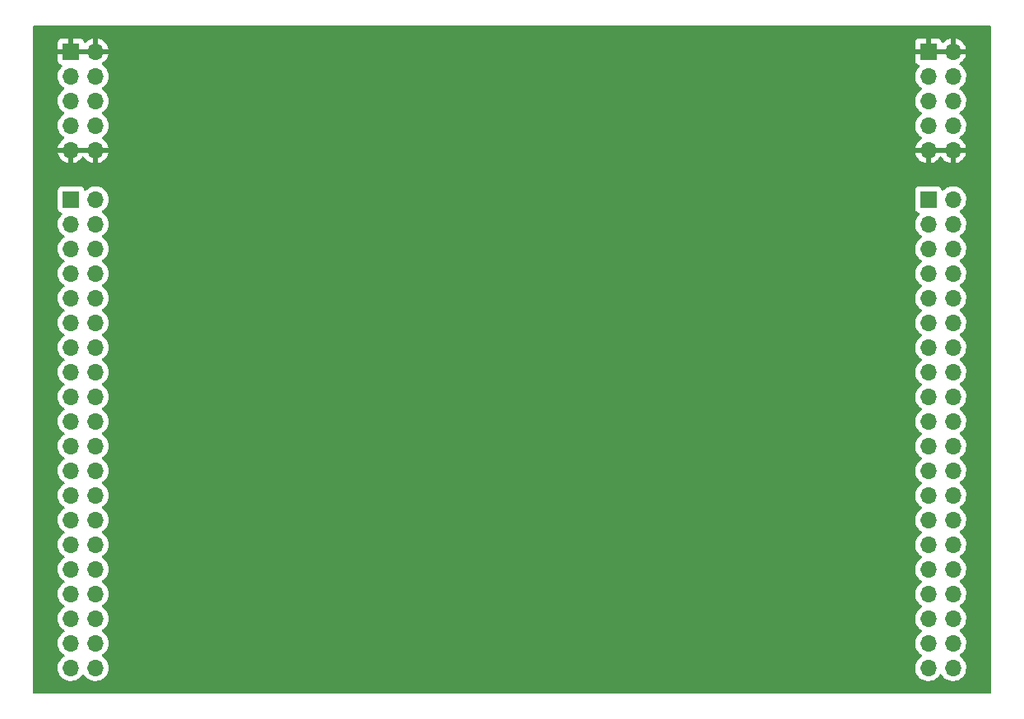
<source format=gbr>
%TF.GenerationSoftware,KiCad,Pcbnew,(6.0.4)*%
%TF.CreationDate,2022-06-04T07:03:01+03:00*%
%TF.ProjectId,Extension,45787465-6e73-4696-9f6e-2e6b69636164,rev?*%
%TF.SameCoordinates,Original*%
%TF.FileFunction,Copper,L2,Bot*%
%TF.FilePolarity,Positive*%
%FSLAX46Y46*%
G04 Gerber Fmt 4.6, Leading zero omitted, Abs format (unit mm)*
G04 Created by KiCad (PCBNEW (6.0.4)) date 2022-06-04 07:03:01*
%MOMM*%
%LPD*%
G01*
G04 APERTURE LIST*
%TA.AperFunction,ComponentPad*%
%ADD10R,1.700000X1.700000*%
%TD*%
%TA.AperFunction,ComponentPad*%
%ADD11O,1.700000X1.700000*%
%TD*%
G04 APERTURE END LIST*
D10*
%TO.P,J3,1,Pin_1*%
%TO.N,/gnd*%
X187955000Y-59060000D03*
D11*
%TO.P,J3,2,Pin_2*%
X190495000Y-59060000D03*
%TO.P,J3,3,Pin_3*%
%TO.N,/+5V*%
X187955000Y-61600000D03*
%TO.P,J3,4,Pin_4*%
X190495000Y-61600000D03*
%TO.P,J3,5,Pin_5*%
%TO.N,/+12V*%
X187955000Y-64140000D03*
%TO.P,J3,6,Pin_6*%
X190495000Y-64140000D03*
%TO.P,J3,7,Pin_7*%
%TO.N,/v1*%
X187955000Y-66680000D03*
%TO.P,J3,8,Pin_8*%
X190495000Y-66680000D03*
%TO.P,J3,9,Pin_9*%
%TO.N,/gnd*%
X187955000Y-69220000D03*
%TO.P,J3,10,Pin_10*%
X190495000Y-69220000D03*
%TD*%
D10*
%TO.P,J4,1,Pin_1*%
%TO.N,/a01*%
X187960000Y-74295000D03*
D11*
%TO.P,J4,2,Pin_2*%
%TO.N,/a00*%
X190500000Y-74295000D03*
%TO.P,J4,3,Pin_3*%
%TO.N,/a03*%
X187960000Y-76835000D03*
%TO.P,J4,4,Pin_4*%
%TO.N,/a02*%
X190500000Y-76835000D03*
%TO.P,J4,5,Pin_5*%
%TO.N,/a05*%
X187960000Y-79375000D03*
%TO.P,J4,6,Pin_6*%
%TO.N,/a04*%
X190500000Y-79375000D03*
%TO.P,J4,7,Pin_7*%
%TO.N,/a07*%
X187960000Y-81915000D03*
%TO.P,J4,8,Pin_8*%
%TO.N,/a06*%
X190500000Y-81915000D03*
%TO.P,J4,9,Pin_9*%
%TO.N,/a09*%
X187960000Y-84455000D03*
%TO.P,J4,10,Pin_10*%
%TO.N,/a08*%
X190500000Y-84455000D03*
%TO.P,J4,11,Pin_11*%
%TO.N,/a11*%
X187960000Y-86995000D03*
%TO.P,J4,12,Pin_12*%
%TO.N,/a10*%
X190500000Y-86995000D03*
%TO.P,J4,13,Pin_13*%
%TO.N,/a13*%
X187960000Y-89535000D03*
%TO.P,J4,14,Pin_14*%
%TO.N,/a12*%
X190500000Y-89535000D03*
%TO.P,J4,15,Pin_15*%
%TO.N,/a15*%
X187960000Y-92075000D03*
%TO.P,J4,16,Pin_16*%
%TO.N,/a14*%
X190500000Y-92075000D03*
%TO.P,J4,17,Pin_17*%
%TO.N,/d01*%
X187960000Y-94615000D03*
%TO.P,J4,18,Pin_18*%
%TO.N,/d00*%
X190500000Y-94615000D03*
%TO.P,J4,19,Pin_19*%
%TO.N,/d03*%
X187960000Y-97155000D03*
%TO.P,J4,20,Pin_20*%
%TO.N,/d02*%
X190500000Y-97155000D03*
%TO.P,J4,21,Pin_21*%
%TO.N,/d05*%
X187960000Y-99695000D03*
%TO.P,J4,22,Pin_22*%
%TO.N,/d04*%
X190500000Y-99695000D03*
%TO.P,J4,23,Pin_23*%
%TO.N,/d07*%
X187960000Y-102235000D03*
%TO.P,J4,24,Pin_24*%
%TO.N,/d06*%
X190500000Y-102235000D03*
%TO.P,J4,25,Pin_25*%
%TO.N,/wr*%
X187960000Y-104775000D03*
%TO.P,J4,26,Pin_26*%
%TO.N,/mreq*%
X190500000Y-104775000D03*
%TO.P,J4,27,Pin_27*%
%TO.N,/rd*%
X187960000Y-107315000D03*
%TO.P,J4,28,Pin_28*%
%TO.N,/iorq*%
X190500000Y-107315000D03*
%TO.P,J4,29,Pin_29*%
%TO.N,/busack*%
X187960000Y-109855000D03*
%TO.P,J4,30,Pin_30*%
%TO.N,/busrq*%
X190500000Y-109855000D03*
%TO.P,J4,31,Pin_31*%
%TO.N,/halt*%
X187960000Y-112395000D03*
%TO.P,J4,32,Pin_32*%
%TO.N,/wait*%
X190500000Y-112395000D03*
%TO.P,J4,33,Pin_33*%
%TO.N,/int*%
X187960000Y-114935000D03*
%TO.P,J4,34,Pin_34*%
%TO.N,/nmi*%
X190500000Y-114935000D03*
%TO.P,J4,35,Pin_35*%
%TO.N,/s1*%
X187960000Y-117475000D03*
%TO.P,J4,36,Pin_36*%
%TO.N,/s0*%
X190500000Y-117475000D03*
%TO.P,J4,37,Pin_37*%
%TO.N,/m1*%
X187960000Y-120015000D03*
%TO.P,J4,38,Pin_38*%
%TO.N,/s2*%
X190500000Y-120015000D03*
%TO.P,J4,39,Pin_39*%
%TO.N,/clk*%
X187960000Y-122555000D03*
%TO.P,J4,40,Pin_40*%
%TO.N,/reset*%
X190500000Y-122555000D03*
%TD*%
D10*
%TO.P,J2,1,Pin_1*%
%TO.N,/a00*%
X99695000Y-74295000D03*
D11*
%TO.P,J2,2,Pin_2*%
%TO.N,/a01*%
X102235000Y-74295000D03*
%TO.P,J2,3,Pin_3*%
%TO.N,/a02*%
X99695000Y-76835000D03*
%TO.P,J2,4,Pin_4*%
%TO.N,/a03*%
X102235000Y-76835000D03*
%TO.P,J2,5,Pin_5*%
%TO.N,/a04*%
X99695000Y-79375000D03*
%TO.P,J2,6,Pin_6*%
%TO.N,/a05*%
X102235000Y-79375000D03*
%TO.P,J2,7,Pin_7*%
%TO.N,/a06*%
X99695000Y-81915000D03*
%TO.P,J2,8,Pin_8*%
%TO.N,/a07*%
X102235000Y-81915000D03*
%TO.P,J2,9,Pin_9*%
%TO.N,/a08*%
X99695000Y-84455000D03*
%TO.P,J2,10,Pin_10*%
%TO.N,/a09*%
X102235000Y-84455000D03*
%TO.P,J2,11,Pin_11*%
%TO.N,/a10*%
X99695000Y-86995000D03*
%TO.P,J2,12,Pin_12*%
%TO.N,/a11*%
X102235000Y-86995000D03*
%TO.P,J2,13,Pin_13*%
%TO.N,/a12*%
X99695000Y-89535000D03*
%TO.P,J2,14,Pin_14*%
%TO.N,/a13*%
X102235000Y-89535000D03*
%TO.P,J2,15,Pin_15*%
%TO.N,/a14*%
X99695000Y-92075000D03*
%TO.P,J2,16,Pin_16*%
%TO.N,/a15*%
X102235000Y-92075000D03*
%TO.P,J2,17,Pin_17*%
%TO.N,/d00*%
X99695000Y-94615000D03*
%TO.P,J2,18,Pin_18*%
%TO.N,/d01*%
X102235000Y-94615000D03*
%TO.P,J2,19,Pin_19*%
%TO.N,/d02*%
X99695000Y-97155000D03*
%TO.P,J2,20,Pin_20*%
%TO.N,/d03*%
X102235000Y-97155000D03*
%TO.P,J2,21,Pin_21*%
%TO.N,/d04*%
X99695000Y-99695000D03*
%TO.P,J2,22,Pin_22*%
%TO.N,/d05*%
X102235000Y-99695000D03*
%TO.P,J2,23,Pin_23*%
%TO.N,/d06*%
X99695000Y-102235000D03*
%TO.P,J2,24,Pin_24*%
%TO.N,/d07*%
X102235000Y-102235000D03*
%TO.P,J2,25,Pin_25*%
%TO.N,/mreq*%
X99695000Y-104775000D03*
%TO.P,J2,26,Pin_26*%
%TO.N,/wr*%
X102235000Y-104775000D03*
%TO.P,J2,27,Pin_27*%
%TO.N,/iorq*%
X99695000Y-107315000D03*
%TO.P,J2,28,Pin_28*%
%TO.N,/rd*%
X102235000Y-107315000D03*
%TO.P,J2,29,Pin_29*%
%TO.N,/busrq*%
X99695000Y-109855000D03*
%TO.P,J2,30,Pin_30*%
%TO.N,/busack*%
X102235000Y-109855000D03*
%TO.P,J2,31,Pin_31*%
%TO.N,/wait*%
X99695000Y-112395000D03*
%TO.P,J2,32,Pin_32*%
%TO.N,/halt*%
X102235000Y-112395000D03*
%TO.P,J2,33,Pin_33*%
%TO.N,/nmi*%
X99695000Y-114935000D03*
%TO.P,J2,34,Pin_34*%
%TO.N,/int*%
X102235000Y-114935000D03*
%TO.P,J2,35,Pin_35*%
%TO.N,/s0*%
X99695000Y-117475000D03*
%TO.P,J2,36,Pin_36*%
%TO.N,/s1*%
X102235000Y-117475000D03*
%TO.P,J2,37,Pin_37*%
%TO.N,/s2*%
X99695000Y-120015000D03*
%TO.P,J2,38,Pin_38*%
%TO.N,/m1*%
X102235000Y-120015000D03*
%TO.P,J2,39,Pin_39*%
%TO.N,/reset*%
X99695000Y-122555000D03*
%TO.P,J2,40,Pin_40*%
%TO.N,/clk*%
X102235000Y-122555000D03*
%TD*%
D10*
%TO.P,J1,1,Pin_1*%
%TO.N,/gnd*%
X99690000Y-59060000D03*
D11*
%TO.P,J1,2,Pin_2*%
X102230000Y-59060000D03*
%TO.P,J1,3,Pin_3*%
%TO.N,/+5V*%
X99690000Y-61600000D03*
%TO.P,J1,4,Pin_4*%
X102230000Y-61600000D03*
%TO.P,J1,5,Pin_5*%
%TO.N,/+12V*%
X99690000Y-64140000D03*
%TO.P,J1,6,Pin_6*%
X102230000Y-64140000D03*
%TO.P,J1,7,Pin_7*%
%TO.N,/v1*%
X99690000Y-66680000D03*
%TO.P,J1,8,Pin_8*%
X102230000Y-66680000D03*
%TO.P,J1,9,Pin_9*%
%TO.N,/gnd*%
X99690000Y-69220000D03*
%TO.P,J1,10,Pin_10*%
X102230000Y-69220000D03*
%TD*%
%TA.AperFunction,Conductor*%
%TO.N,/gnd*%
G36*
X194378621Y-56408502D02*
G01*
X194425114Y-56462158D01*
X194436500Y-56514500D01*
X194436500Y-125095500D01*
X194416498Y-125163621D01*
X194362842Y-125210114D01*
X194310500Y-125221500D01*
X95884500Y-125221500D01*
X95816379Y-125201498D01*
X95769886Y-125147842D01*
X95758500Y-125095500D01*
X95758500Y-122521695D01*
X98332251Y-122521695D01*
X98332548Y-122526848D01*
X98332548Y-122526851D01*
X98338011Y-122621590D01*
X98345110Y-122744715D01*
X98346247Y-122749761D01*
X98346248Y-122749767D01*
X98366119Y-122837939D01*
X98394222Y-122962639D01*
X98478266Y-123169616D01*
X98529019Y-123252438D01*
X98592291Y-123355688D01*
X98594987Y-123360088D01*
X98741250Y-123528938D01*
X98913126Y-123671632D01*
X99106000Y-123784338D01*
X99314692Y-123864030D01*
X99319760Y-123865061D01*
X99319763Y-123865062D01*
X99427017Y-123886883D01*
X99533597Y-123908567D01*
X99538772Y-123908757D01*
X99538774Y-123908757D01*
X99751673Y-123916564D01*
X99751677Y-123916564D01*
X99756837Y-123916753D01*
X99761957Y-123916097D01*
X99761959Y-123916097D01*
X99973288Y-123889025D01*
X99973289Y-123889025D01*
X99978416Y-123888368D01*
X99983366Y-123886883D01*
X100187429Y-123825661D01*
X100187434Y-123825659D01*
X100192384Y-123824174D01*
X100392994Y-123725896D01*
X100574860Y-123596173D01*
X100733096Y-123438489D01*
X100792594Y-123355689D01*
X100863453Y-123257077D01*
X100864776Y-123258028D01*
X100911645Y-123214857D01*
X100981580Y-123202625D01*
X101047026Y-123230144D01*
X101074875Y-123261994D01*
X101134987Y-123360088D01*
X101281250Y-123528938D01*
X101453126Y-123671632D01*
X101646000Y-123784338D01*
X101854692Y-123864030D01*
X101859760Y-123865061D01*
X101859763Y-123865062D01*
X101967017Y-123886883D01*
X102073597Y-123908567D01*
X102078772Y-123908757D01*
X102078774Y-123908757D01*
X102291673Y-123916564D01*
X102291677Y-123916564D01*
X102296837Y-123916753D01*
X102301957Y-123916097D01*
X102301959Y-123916097D01*
X102513288Y-123889025D01*
X102513289Y-123889025D01*
X102518416Y-123888368D01*
X102523366Y-123886883D01*
X102727429Y-123825661D01*
X102727434Y-123825659D01*
X102732384Y-123824174D01*
X102932994Y-123725896D01*
X103114860Y-123596173D01*
X103273096Y-123438489D01*
X103332594Y-123355689D01*
X103400435Y-123261277D01*
X103403453Y-123257077D01*
X103424320Y-123214857D01*
X103500136Y-123061453D01*
X103500137Y-123061451D01*
X103502430Y-123056811D01*
X103567370Y-122843069D01*
X103596529Y-122621590D01*
X103598156Y-122555000D01*
X103595418Y-122521695D01*
X186597251Y-122521695D01*
X186597548Y-122526848D01*
X186597548Y-122526851D01*
X186603011Y-122621590D01*
X186610110Y-122744715D01*
X186611247Y-122749761D01*
X186611248Y-122749767D01*
X186631119Y-122837939D01*
X186659222Y-122962639D01*
X186743266Y-123169616D01*
X186794019Y-123252438D01*
X186857291Y-123355688D01*
X186859987Y-123360088D01*
X187006250Y-123528938D01*
X187178126Y-123671632D01*
X187371000Y-123784338D01*
X187579692Y-123864030D01*
X187584760Y-123865061D01*
X187584763Y-123865062D01*
X187692017Y-123886883D01*
X187798597Y-123908567D01*
X187803772Y-123908757D01*
X187803774Y-123908757D01*
X188016673Y-123916564D01*
X188016677Y-123916564D01*
X188021837Y-123916753D01*
X188026957Y-123916097D01*
X188026959Y-123916097D01*
X188238288Y-123889025D01*
X188238289Y-123889025D01*
X188243416Y-123888368D01*
X188248366Y-123886883D01*
X188452429Y-123825661D01*
X188452434Y-123825659D01*
X188457384Y-123824174D01*
X188657994Y-123725896D01*
X188839860Y-123596173D01*
X188998096Y-123438489D01*
X189057594Y-123355689D01*
X189128453Y-123257077D01*
X189129776Y-123258028D01*
X189176645Y-123214857D01*
X189246580Y-123202625D01*
X189312026Y-123230144D01*
X189339875Y-123261994D01*
X189399987Y-123360088D01*
X189546250Y-123528938D01*
X189718126Y-123671632D01*
X189911000Y-123784338D01*
X190119692Y-123864030D01*
X190124760Y-123865061D01*
X190124763Y-123865062D01*
X190232017Y-123886883D01*
X190338597Y-123908567D01*
X190343772Y-123908757D01*
X190343774Y-123908757D01*
X190556673Y-123916564D01*
X190556677Y-123916564D01*
X190561837Y-123916753D01*
X190566957Y-123916097D01*
X190566959Y-123916097D01*
X190778288Y-123889025D01*
X190778289Y-123889025D01*
X190783416Y-123888368D01*
X190788366Y-123886883D01*
X190992429Y-123825661D01*
X190992434Y-123825659D01*
X190997384Y-123824174D01*
X191197994Y-123725896D01*
X191379860Y-123596173D01*
X191538096Y-123438489D01*
X191597594Y-123355689D01*
X191665435Y-123261277D01*
X191668453Y-123257077D01*
X191689320Y-123214857D01*
X191765136Y-123061453D01*
X191765137Y-123061451D01*
X191767430Y-123056811D01*
X191832370Y-122843069D01*
X191861529Y-122621590D01*
X191863156Y-122555000D01*
X191844852Y-122332361D01*
X191790431Y-122115702D01*
X191701354Y-121910840D01*
X191580014Y-121723277D01*
X191429670Y-121558051D01*
X191425619Y-121554852D01*
X191425615Y-121554848D01*
X191258414Y-121422800D01*
X191258410Y-121422798D01*
X191254359Y-121419598D01*
X191213053Y-121396796D01*
X191163084Y-121346364D01*
X191148312Y-121276921D01*
X191173428Y-121210516D01*
X191200780Y-121183909D01*
X191244603Y-121152650D01*
X191379860Y-121056173D01*
X191538096Y-120898489D01*
X191597594Y-120815689D01*
X191665435Y-120721277D01*
X191668453Y-120717077D01*
X191689320Y-120674857D01*
X191765136Y-120521453D01*
X191765137Y-120521451D01*
X191767430Y-120516811D01*
X191832370Y-120303069D01*
X191861529Y-120081590D01*
X191863156Y-120015000D01*
X191844852Y-119792361D01*
X191790431Y-119575702D01*
X191701354Y-119370840D01*
X191580014Y-119183277D01*
X191429670Y-119018051D01*
X191425619Y-119014852D01*
X191425615Y-119014848D01*
X191258414Y-118882800D01*
X191258410Y-118882798D01*
X191254359Y-118879598D01*
X191213053Y-118856796D01*
X191163084Y-118806364D01*
X191148312Y-118736921D01*
X191173428Y-118670516D01*
X191200780Y-118643909D01*
X191244603Y-118612650D01*
X191379860Y-118516173D01*
X191538096Y-118358489D01*
X191597594Y-118275689D01*
X191665435Y-118181277D01*
X191668453Y-118177077D01*
X191689320Y-118134857D01*
X191765136Y-117981453D01*
X191765137Y-117981451D01*
X191767430Y-117976811D01*
X191832370Y-117763069D01*
X191861529Y-117541590D01*
X191863156Y-117475000D01*
X191844852Y-117252361D01*
X191790431Y-117035702D01*
X191701354Y-116830840D01*
X191580014Y-116643277D01*
X191429670Y-116478051D01*
X191425619Y-116474852D01*
X191425615Y-116474848D01*
X191258414Y-116342800D01*
X191258410Y-116342798D01*
X191254359Y-116339598D01*
X191213053Y-116316796D01*
X191163084Y-116266364D01*
X191148312Y-116196921D01*
X191173428Y-116130516D01*
X191200780Y-116103909D01*
X191244603Y-116072650D01*
X191379860Y-115976173D01*
X191538096Y-115818489D01*
X191597594Y-115735689D01*
X191665435Y-115641277D01*
X191668453Y-115637077D01*
X191689320Y-115594857D01*
X191765136Y-115441453D01*
X191765137Y-115441451D01*
X191767430Y-115436811D01*
X191832370Y-115223069D01*
X191861529Y-115001590D01*
X191863156Y-114935000D01*
X191844852Y-114712361D01*
X191790431Y-114495702D01*
X191701354Y-114290840D01*
X191580014Y-114103277D01*
X191429670Y-113938051D01*
X191425619Y-113934852D01*
X191425615Y-113934848D01*
X191258414Y-113802800D01*
X191258410Y-113802798D01*
X191254359Y-113799598D01*
X191213053Y-113776796D01*
X191163084Y-113726364D01*
X191148312Y-113656921D01*
X191173428Y-113590516D01*
X191200780Y-113563909D01*
X191244603Y-113532650D01*
X191379860Y-113436173D01*
X191538096Y-113278489D01*
X191597594Y-113195689D01*
X191665435Y-113101277D01*
X191668453Y-113097077D01*
X191689320Y-113054857D01*
X191765136Y-112901453D01*
X191765137Y-112901451D01*
X191767430Y-112896811D01*
X191832370Y-112683069D01*
X191861529Y-112461590D01*
X191863156Y-112395000D01*
X191844852Y-112172361D01*
X191790431Y-111955702D01*
X191701354Y-111750840D01*
X191580014Y-111563277D01*
X191429670Y-111398051D01*
X191425619Y-111394852D01*
X191425615Y-111394848D01*
X191258414Y-111262800D01*
X191258410Y-111262798D01*
X191254359Y-111259598D01*
X191213053Y-111236796D01*
X191163084Y-111186364D01*
X191148312Y-111116921D01*
X191173428Y-111050516D01*
X191200780Y-111023909D01*
X191244603Y-110992650D01*
X191379860Y-110896173D01*
X191538096Y-110738489D01*
X191597594Y-110655689D01*
X191665435Y-110561277D01*
X191668453Y-110557077D01*
X191689320Y-110514857D01*
X191765136Y-110361453D01*
X191765137Y-110361451D01*
X191767430Y-110356811D01*
X191832370Y-110143069D01*
X191861529Y-109921590D01*
X191863156Y-109855000D01*
X191844852Y-109632361D01*
X191790431Y-109415702D01*
X191701354Y-109210840D01*
X191580014Y-109023277D01*
X191429670Y-108858051D01*
X191425619Y-108854852D01*
X191425615Y-108854848D01*
X191258414Y-108722800D01*
X191258410Y-108722798D01*
X191254359Y-108719598D01*
X191213053Y-108696796D01*
X191163084Y-108646364D01*
X191148312Y-108576921D01*
X191173428Y-108510516D01*
X191200780Y-108483909D01*
X191244603Y-108452650D01*
X191379860Y-108356173D01*
X191538096Y-108198489D01*
X191597594Y-108115689D01*
X191665435Y-108021277D01*
X191668453Y-108017077D01*
X191689320Y-107974857D01*
X191765136Y-107821453D01*
X191765137Y-107821451D01*
X191767430Y-107816811D01*
X191832370Y-107603069D01*
X191861529Y-107381590D01*
X191863156Y-107315000D01*
X191844852Y-107092361D01*
X191790431Y-106875702D01*
X191701354Y-106670840D01*
X191580014Y-106483277D01*
X191429670Y-106318051D01*
X191425619Y-106314852D01*
X191425615Y-106314848D01*
X191258414Y-106182800D01*
X191258410Y-106182798D01*
X191254359Y-106179598D01*
X191213053Y-106156796D01*
X191163084Y-106106364D01*
X191148312Y-106036921D01*
X191173428Y-105970516D01*
X191200780Y-105943909D01*
X191244603Y-105912650D01*
X191379860Y-105816173D01*
X191538096Y-105658489D01*
X191597594Y-105575689D01*
X191665435Y-105481277D01*
X191668453Y-105477077D01*
X191689320Y-105434857D01*
X191765136Y-105281453D01*
X191765137Y-105281451D01*
X191767430Y-105276811D01*
X191832370Y-105063069D01*
X191861529Y-104841590D01*
X191863156Y-104775000D01*
X191844852Y-104552361D01*
X191790431Y-104335702D01*
X191701354Y-104130840D01*
X191580014Y-103943277D01*
X191429670Y-103778051D01*
X191425619Y-103774852D01*
X191425615Y-103774848D01*
X191258414Y-103642800D01*
X191258410Y-103642798D01*
X191254359Y-103639598D01*
X191213053Y-103616796D01*
X191163084Y-103566364D01*
X191148312Y-103496921D01*
X191173428Y-103430516D01*
X191200780Y-103403909D01*
X191244603Y-103372650D01*
X191379860Y-103276173D01*
X191538096Y-103118489D01*
X191597594Y-103035689D01*
X191665435Y-102941277D01*
X191668453Y-102937077D01*
X191689320Y-102894857D01*
X191765136Y-102741453D01*
X191765137Y-102741451D01*
X191767430Y-102736811D01*
X191832370Y-102523069D01*
X191861529Y-102301590D01*
X191863156Y-102235000D01*
X191844852Y-102012361D01*
X191790431Y-101795702D01*
X191701354Y-101590840D01*
X191580014Y-101403277D01*
X191429670Y-101238051D01*
X191425619Y-101234852D01*
X191425615Y-101234848D01*
X191258414Y-101102800D01*
X191258410Y-101102798D01*
X191254359Y-101099598D01*
X191213053Y-101076796D01*
X191163084Y-101026364D01*
X191148312Y-100956921D01*
X191173428Y-100890516D01*
X191200780Y-100863909D01*
X191244603Y-100832650D01*
X191379860Y-100736173D01*
X191538096Y-100578489D01*
X191597594Y-100495689D01*
X191665435Y-100401277D01*
X191668453Y-100397077D01*
X191689320Y-100354857D01*
X191765136Y-100201453D01*
X191765137Y-100201451D01*
X191767430Y-100196811D01*
X191832370Y-99983069D01*
X191861529Y-99761590D01*
X191863156Y-99695000D01*
X191844852Y-99472361D01*
X191790431Y-99255702D01*
X191701354Y-99050840D01*
X191580014Y-98863277D01*
X191429670Y-98698051D01*
X191425619Y-98694852D01*
X191425615Y-98694848D01*
X191258414Y-98562800D01*
X191258410Y-98562798D01*
X191254359Y-98559598D01*
X191213053Y-98536796D01*
X191163084Y-98486364D01*
X191148312Y-98416921D01*
X191173428Y-98350516D01*
X191200780Y-98323909D01*
X191244603Y-98292650D01*
X191379860Y-98196173D01*
X191538096Y-98038489D01*
X191597594Y-97955689D01*
X191665435Y-97861277D01*
X191668453Y-97857077D01*
X191689320Y-97814857D01*
X191765136Y-97661453D01*
X191765137Y-97661451D01*
X191767430Y-97656811D01*
X191832370Y-97443069D01*
X191861529Y-97221590D01*
X191863156Y-97155000D01*
X191844852Y-96932361D01*
X191790431Y-96715702D01*
X191701354Y-96510840D01*
X191580014Y-96323277D01*
X191429670Y-96158051D01*
X191425619Y-96154852D01*
X191425615Y-96154848D01*
X191258414Y-96022800D01*
X191258410Y-96022798D01*
X191254359Y-96019598D01*
X191213053Y-95996796D01*
X191163084Y-95946364D01*
X191148312Y-95876921D01*
X191173428Y-95810516D01*
X191200780Y-95783909D01*
X191244603Y-95752650D01*
X191379860Y-95656173D01*
X191538096Y-95498489D01*
X191597594Y-95415689D01*
X191665435Y-95321277D01*
X191668453Y-95317077D01*
X191689320Y-95274857D01*
X191765136Y-95121453D01*
X191765137Y-95121451D01*
X191767430Y-95116811D01*
X191832370Y-94903069D01*
X191861529Y-94681590D01*
X191863156Y-94615000D01*
X191844852Y-94392361D01*
X191790431Y-94175702D01*
X191701354Y-93970840D01*
X191580014Y-93783277D01*
X191429670Y-93618051D01*
X191425619Y-93614852D01*
X191425615Y-93614848D01*
X191258414Y-93482800D01*
X191258410Y-93482798D01*
X191254359Y-93479598D01*
X191213053Y-93456796D01*
X191163084Y-93406364D01*
X191148312Y-93336921D01*
X191173428Y-93270516D01*
X191200780Y-93243909D01*
X191244603Y-93212650D01*
X191379860Y-93116173D01*
X191538096Y-92958489D01*
X191597594Y-92875689D01*
X191665435Y-92781277D01*
X191668453Y-92777077D01*
X191689320Y-92734857D01*
X191765136Y-92581453D01*
X191765137Y-92581451D01*
X191767430Y-92576811D01*
X191832370Y-92363069D01*
X191861529Y-92141590D01*
X191863156Y-92075000D01*
X191844852Y-91852361D01*
X191790431Y-91635702D01*
X191701354Y-91430840D01*
X191580014Y-91243277D01*
X191429670Y-91078051D01*
X191425619Y-91074852D01*
X191425615Y-91074848D01*
X191258414Y-90942800D01*
X191258410Y-90942798D01*
X191254359Y-90939598D01*
X191213053Y-90916796D01*
X191163084Y-90866364D01*
X191148312Y-90796921D01*
X191173428Y-90730516D01*
X191200780Y-90703909D01*
X191244603Y-90672650D01*
X191379860Y-90576173D01*
X191538096Y-90418489D01*
X191597594Y-90335689D01*
X191665435Y-90241277D01*
X191668453Y-90237077D01*
X191689320Y-90194857D01*
X191765136Y-90041453D01*
X191765137Y-90041451D01*
X191767430Y-90036811D01*
X191832370Y-89823069D01*
X191861529Y-89601590D01*
X191863156Y-89535000D01*
X191844852Y-89312361D01*
X191790431Y-89095702D01*
X191701354Y-88890840D01*
X191580014Y-88703277D01*
X191429670Y-88538051D01*
X191425619Y-88534852D01*
X191425615Y-88534848D01*
X191258414Y-88402800D01*
X191258410Y-88402798D01*
X191254359Y-88399598D01*
X191213053Y-88376796D01*
X191163084Y-88326364D01*
X191148312Y-88256921D01*
X191173428Y-88190516D01*
X191200780Y-88163909D01*
X191244603Y-88132650D01*
X191379860Y-88036173D01*
X191538096Y-87878489D01*
X191597594Y-87795689D01*
X191665435Y-87701277D01*
X191668453Y-87697077D01*
X191689320Y-87654857D01*
X191765136Y-87501453D01*
X191765137Y-87501451D01*
X191767430Y-87496811D01*
X191832370Y-87283069D01*
X191861529Y-87061590D01*
X191863156Y-86995000D01*
X191844852Y-86772361D01*
X191790431Y-86555702D01*
X191701354Y-86350840D01*
X191580014Y-86163277D01*
X191429670Y-85998051D01*
X191425619Y-85994852D01*
X191425615Y-85994848D01*
X191258414Y-85862800D01*
X191258410Y-85862798D01*
X191254359Y-85859598D01*
X191213053Y-85836796D01*
X191163084Y-85786364D01*
X191148312Y-85716921D01*
X191173428Y-85650516D01*
X191200780Y-85623909D01*
X191244603Y-85592650D01*
X191379860Y-85496173D01*
X191538096Y-85338489D01*
X191597594Y-85255689D01*
X191665435Y-85161277D01*
X191668453Y-85157077D01*
X191689320Y-85114857D01*
X191765136Y-84961453D01*
X191765137Y-84961451D01*
X191767430Y-84956811D01*
X191832370Y-84743069D01*
X191861529Y-84521590D01*
X191863156Y-84455000D01*
X191844852Y-84232361D01*
X191790431Y-84015702D01*
X191701354Y-83810840D01*
X191580014Y-83623277D01*
X191429670Y-83458051D01*
X191425619Y-83454852D01*
X191425615Y-83454848D01*
X191258414Y-83322800D01*
X191258410Y-83322798D01*
X191254359Y-83319598D01*
X191213053Y-83296796D01*
X191163084Y-83246364D01*
X191148312Y-83176921D01*
X191173428Y-83110516D01*
X191200780Y-83083909D01*
X191244603Y-83052650D01*
X191379860Y-82956173D01*
X191538096Y-82798489D01*
X191597594Y-82715689D01*
X191665435Y-82621277D01*
X191668453Y-82617077D01*
X191689320Y-82574857D01*
X191765136Y-82421453D01*
X191765137Y-82421451D01*
X191767430Y-82416811D01*
X191832370Y-82203069D01*
X191861529Y-81981590D01*
X191863156Y-81915000D01*
X191844852Y-81692361D01*
X191790431Y-81475702D01*
X191701354Y-81270840D01*
X191580014Y-81083277D01*
X191429670Y-80918051D01*
X191425619Y-80914852D01*
X191425615Y-80914848D01*
X191258414Y-80782800D01*
X191258410Y-80782798D01*
X191254359Y-80779598D01*
X191213053Y-80756796D01*
X191163084Y-80706364D01*
X191148312Y-80636921D01*
X191173428Y-80570516D01*
X191200780Y-80543909D01*
X191244603Y-80512650D01*
X191379860Y-80416173D01*
X191538096Y-80258489D01*
X191597594Y-80175689D01*
X191665435Y-80081277D01*
X191668453Y-80077077D01*
X191689320Y-80034857D01*
X191765136Y-79881453D01*
X191765137Y-79881451D01*
X191767430Y-79876811D01*
X191832370Y-79663069D01*
X191861529Y-79441590D01*
X191863156Y-79375000D01*
X191844852Y-79152361D01*
X191790431Y-78935702D01*
X191701354Y-78730840D01*
X191580014Y-78543277D01*
X191429670Y-78378051D01*
X191425619Y-78374852D01*
X191425615Y-78374848D01*
X191258414Y-78242800D01*
X191258410Y-78242798D01*
X191254359Y-78239598D01*
X191213053Y-78216796D01*
X191163084Y-78166364D01*
X191148312Y-78096921D01*
X191173428Y-78030516D01*
X191200780Y-78003909D01*
X191244603Y-77972650D01*
X191379860Y-77876173D01*
X191538096Y-77718489D01*
X191597594Y-77635689D01*
X191665435Y-77541277D01*
X191668453Y-77537077D01*
X191689320Y-77494857D01*
X191765136Y-77341453D01*
X191765137Y-77341451D01*
X191767430Y-77336811D01*
X191832370Y-77123069D01*
X191861529Y-76901590D01*
X191863156Y-76835000D01*
X191844852Y-76612361D01*
X191790431Y-76395702D01*
X191701354Y-76190840D01*
X191580014Y-76003277D01*
X191429670Y-75838051D01*
X191425619Y-75834852D01*
X191425615Y-75834848D01*
X191258414Y-75702800D01*
X191258410Y-75702798D01*
X191254359Y-75699598D01*
X191213053Y-75676796D01*
X191163084Y-75626364D01*
X191148312Y-75556921D01*
X191173428Y-75490516D01*
X191200780Y-75463909D01*
X191244603Y-75432650D01*
X191379860Y-75336173D01*
X191538096Y-75178489D01*
X191668453Y-74997077D01*
X191767430Y-74796811D01*
X191832370Y-74583069D01*
X191861529Y-74361590D01*
X191863156Y-74295000D01*
X191844852Y-74072361D01*
X191790431Y-73855702D01*
X191701354Y-73650840D01*
X191580014Y-73463277D01*
X191429670Y-73298051D01*
X191425619Y-73294852D01*
X191425615Y-73294848D01*
X191258414Y-73162800D01*
X191258410Y-73162798D01*
X191254359Y-73159598D01*
X191058789Y-73051638D01*
X191053920Y-73049914D01*
X191053916Y-73049912D01*
X190853087Y-72978795D01*
X190853083Y-72978794D01*
X190848212Y-72977069D01*
X190843119Y-72976162D01*
X190843116Y-72976161D01*
X190633373Y-72938800D01*
X190633367Y-72938799D01*
X190628284Y-72937894D01*
X190554452Y-72936992D01*
X190410081Y-72935228D01*
X190410079Y-72935228D01*
X190404911Y-72935165D01*
X190184091Y-72968955D01*
X189971756Y-73038357D01*
X189773607Y-73141507D01*
X189769474Y-73144610D01*
X189769471Y-73144612D01*
X189599100Y-73272530D01*
X189594965Y-73275635D01*
X189538537Y-73334684D01*
X189514283Y-73360064D01*
X189452759Y-73395494D01*
X189381846Y-73392037D01*
X189324060Y-73350791D01*
X189305207Y-73317243D01*
X189263767Y-73206703D01*
X189260615Y-73198295D01*
X189173261Y-73081739D01*
X189056705Y-72994385D01*
X188920316Y-72943255D01*
X188858134Y-72936500D01*
X187061866Y-72936500D01*
X186999684Y-72943255D01*
X186863295Y-72994385D01*
X186746739Y-73081739D01*
X186659385Y-73198295D01*
X186608255Y-73334684D01*
X186601500Y-73396866D01*
X186601500Y-75193134D01*
X186608255Y-75255316D01*
X186659385Y-75391705D01*
X186746739Y-75508261D01*
X186863295Y-75595615D01*
X186871704Y-75598767D01*
X186871705Y-75598768D01*
X186980451Y-75639535D01*
X187037216Y-75682176D01*
X187061916Y-75748738D01*
X187046709Y-75818087D01*
X187027316Y-75844568D01*
X186900629Y-75977138D01*
X186774743Y-76161680D01*
X186680688Y-76364305D01*
X186620989Y-76579570D01*
X186597251Y-76801695D01*
X186597548Y-76806848D01*
X186597548Y-76806851D01*
X186603011Y-76901590D01*
X186610110Y-77024715D01*
X186611247Y-77029761D01*
X186611248Y-77029767D01*
X186631119Y-77117939D01*
X186659222Y-77242639D01*
X186743266Y-77449616D01*
X186794019Y-77532438D01*
X186857291Y-77635688D01*
X186859987Y-77640088D01*
X187006250Y-77808938D01*
X187178126Y-77951632D01*
X187248595Y-77992811D01*
X187251445Y-77994476D01*
X187300169Y-78046114D01*
X187313240Y-78115897D01*
X187286509Y-78181669D01*
X187246055Y-78215027D01*
X187233607Y-78221507D01*
X187229474Y-78224610D01*
X187229471Y-78224612D01*
X187205247Y-78242800D01*
X187054965Y-78355635D01*
X186900629Y-78517138D01*
X186774743Y-78701680D01*
X186680688Y-78904305D01*
X186620989Y-79119570D01*
X186597251Y-79341695D01*
X186597548Y-79346848D01*
X186597548Y-79346851D01*
X186603011Y-79441590D01*
X186610110Y-79564715D01*
X186611247Y-79569761D01*
X186611248Y-79569767D01*
X186631119Y-79657939D01*
X186659222Y-79782639D01*
X186743266Y-79989616D01*
X186794019Y-80072438D01*
X186857291Y-80175688D01*
X186859987Y-80180088D01*
X187006250Y-80348938D01*
X187178126Y-80491632D01*
X187248595Y-80532811D01*
X187251445Y-80534476D01*
X187300169Y-80586114D01*
X187313240Y-80655897D01*
X187286509Y-80721669D01*
X187246055Y-80755027D01*
X187233607Y-80761507D01*
X187229474Y-80764610D01*
X187229471Y-80764612D01*
X187205247Y-80782800D01*
X187054965Y-80895635D01*
X186900629Y-81057138D01*
X186774743Y-81241680D01*
X186680688Y-81444305D01*
X186620989Y-81659570D01*
X186597251Y-81881695D01*
X186597548Y-81886848D01*
X186597548Y-81886851D01*
X186603011Y-81981590D01*
X186610110Y-82104715D01*
X186611247Y-82109761D01*
X186611248Y-82109767D01*
X186631119Y-82197939D01*
X186659222Y-82322639D01*
X186743266Y-82529616D01*
X186794019Y-82612438D01*
X186857291Y-82715688D01*
X186859987Y-82720088D01*
X187006250Y-82888938D01*
X187178126Y-83031632D01*
X187248595Y-83072811D01*
X187251445Y-83074476D01*
X187300169Y-83126114D01*
X187313240Y-83195897D01*
X187286509Y-83261669D01*
X187246055Y-83295027D01*
X187233607Y-83301507D01*
X187229474Y-83304610D01*
X187229471Y-83304612D01*
X187205247Y-83322800D01*
X187054965Y-83435635D01*
X186900629Y-83597138D01*
X186774743Y-83781680D01*
X186680688Y-83984305D01*
X186620989Y-84199570D01*
X186597251Y-84421695D01*
X186597548Y-84426848D01*
X186597548Y-84426851D01*
X186603011Y-84521590D01*
X186610110Y-84644715D01*
X186611247Y-84649761D01*
X186611248Y-84649767D01*
X186631119Y-84737939D01*
X186659222Y-84862639D01*
X186743266Y-85069616D01*
X186794019Y-85152438D01*
X186857291Y-85255688D01*
X186859987Y-85260088D01*
X187006250Y-85428938D01*
X187178126Y-85571632D01*
X187248595Y-85612811D01*
X187251445Y-85614476D01*
X187300169Y-85666114D01*
X187313240Y-85735897D01*
X187286509Y-85801669D01*
X187246055Y-85835027D01*
X187233607Y-85841507D01*
X187229474Y-85844610D01*
X187229471Y-85844612D01*
X187205247Y-85862800D01*
X187054965Y-85975635D01*
X186900629Y-86137138D01*
X186774743Y-86321680D01*
X186680688Y-86524305D01*
X186620989Y-86739570D01*
X186597251Y-86961695D01*
X186597548Y-86966848D01*
X186597548Y-86966851D01*
X186603011Y-87061590D01*
X186610110Y-87184715D01*
X186611247Y-87189761D01*
X186611248Y-87189767D01*
X186631119Y-87277939D01*
X186659222Y-87402639D01*
X186743266Y-87609616D01*
X186794019Y-87692438D01*
X186857291Y-87795688D01*
X186859987Y-87800088D01*
X187006250Y-87968938D01*
X187178126Y-88111632D01*
X187248595Y-88152811D01*
X187251445Y-88154476D01*
X187300169Y-88206114D01*
X187313240Y-88275897D01*
X187286509Y-88341669D01*
X187246055Y-88375027D01*
X187233607Y-88381507D01*
X187229474Y-88384610D01*
X187229471Y-88384612D01*
X187205247Y-88402800D01*
X187054965Y-88515635D01*
X186900629Y-88677138D01*
X186774743Y-88861680D01*
X186680688Y-89064305D01*
X186620989Y-89279570D01*
X186597251Y-89501695D01*
X186597548Y-89506848D01*
X186597548Y-89506851D01*
X186603011Y-89601590D01*
X186610110Y-89724715D01*
X186611247Y-89729761D01*
X186611248Y-89729767D01*
X186631119Y-89817939D01*
X186659222Y-89942639D01*
X186743266Y-90149616D01*
X186794019Y-90232438D01*
X186857291Y-90335688D01*
X186859987Y-90340088D01*
X187006250Y-90508938D01*
X187178126Y-90651632D01*
X187248595Y-90692811D01*
X187251445Y-90694476D01*
X187300169Y-90746114D01*
X187313240Y-90815897D01*
X187286509Y-90881669D01*
X187246055Y-90915027D01*
X187233607Y-90921507D01*
X187229474Y-90924610D01*
X187229471Y-90924612D01*
X187205247Y-90942800D01*
X187054965Y-91055635D01*
X186900629Y-91217138D01*
X186774743Y-91401680D01*
X186680688Y-91604305D01*
X186620989Y-91819570D01*
X186597251Y-92041695D01*
X186597548Y-92046848D01*
X186597548Y-92046851D01*
X186603011Y-92141590D01*
X186610110Y-92264715D01*
X186611247Y-92269761D01*
X186611248Y-92269767D01*
X186631119Y-92357939D01*
X186659222Y-92482639D01*
X186743266Y-92689616D01*
X186794019Y-92772438D01*
X186857291Y-92875688D01*
X186859987Y-92880088D01*
X187006250Y-93048938D01*
X187178126Y-93191632D01*
X187248595Y-93232811D01*
X187251445Y-93234476D01*
X187300169Y-93286114D01*
X187313240Y-93355897D01*
X187286509Y-93421669D01*
X187246055Y-93455027D01*
X187233607Y-93461507D01*
X187229474Y-93464610D01*
X187229471Y-93464612D01*
X187205247Y-93482800D01*
X187054965Y-93595635D01*
X186900629Y-93757138D01*
X186774743Y-93941680D01*
X186680688Y-94144305D01*
X186620989Y-94359570D01*
X186597251Y-94581695D01*
X186597548Y-94586848D01*
X186597548Y-94586851D01*
X186603011Y-94681590D01*
X186610110Y-94804715D01*
X186611247Y-94809761D01*
X186611248Y-94809767D01*
X186631119Y-94897939D01*
X186659222Y-95022639D01*
X186743266Y-95229616D01*
X186794019Y-95312438D01*
X186857291Y-95415688D01*
X186859987Y-95420088D01*
X187006250Y-95588938D01*
X187178126Y-95731632D01*
X187248595Y-95772811D01*
X187251445Y-95774476D01*
X187300169Y-95826114D01*
X187313240Y-95895897D01*
X187286509Y-95961669D01*
X187246055Y-95995027D01*
X187233607Y-96001507D01*
X187229474Y-96004610D01*
X187229471Y-96004612D01*
X187205247Y-96022800D01*
X187054965Y-96135635D01*
X186900629Y-96297138D01*
X186774743Y-96481680D01*
X186680688Y-96684305D01*
X186620989Y-96899570D01*
X186597251Y-97121695D01*
X186597548Y-97126848D01*
X186597548Y-97126851D01*
X186603011Y-97221590D01*
X186610110Y-97344715D01*
X186611247Y-97349761D01*
X186611248Y-97349767D01*
X186631119Y-97437939D01*
X186659222Y-97562639D01*
X186743266Y-97769616D01*
X186794019Y-97852438D01*
X186857291Y-97955688D01*
X186859987Y-97960088D01*
X187006250Y-98128938D01*
X187178126Y-98271632D01*
X187248595Y-98312811D01*
X187251445Y-98314476D01*
X187300169Y-98366114D01*
X187313240Y-98435897D01*
X187286509Y-98501669D01*
X187246055Y-98535027D01*
X187233607Y-98541507D01*
X187229474Y-98544610D01*
X187229471Y-98544612D01*
X187205247Y-98562800D01*
X187054965Y-98675635D01*
X186900629Y-98837138D01*
X186774743Y-99021680D01*
X186680688Y-99224305D01*
X186620989Y-99439570D01*
X186597251Y-99661695D01*
X186597548Y-99666848D01*
X186597548Y-99666851D01*
X186603011Y-99761590D01*
X186610110Y-99884715D01*
X186611247Y-99889761D01*
X186611248Y-99889767D01*
X186631119Y-99977939D01*
X186659222Y-100102639D01*
X186743266Y-100309616D01*
X186794019Y-100392438D01*
X186857291Y-100495688D01*
X186859987Y-100500088D01*
X187006250Y-100668938D01*
X187178126Y-100811632D01*
X187248595Y-100852811D01*
X187251445Y-100854476D01*
X187300169Y-100906114D01*
X187313240Y-100975897D01*
X187286509Y-101041669D01*
X187246055Y-101075027D01*
X187233607Y-101081507D01*
X187229474Y-101084610D01*
X187229471Y-101084612D01*
X187205247Y-101102800D01*
X187054965Y-101215635D01*
X186900629Y-101377138D01*
X186774743Y-101561680D01*
X186680688Y-101764305D01*
X186620989Y-101979570D01*
X186597251Y-102201695D01*
X186597548Y-102206848D01*
X186597548Y-102206851D01*
X186603011Y-102301590D01*
X186610110Y-102424715D01*
X186611247Y-102429761D01*
X186611248Y-102429767D01*
X186631119Y-102517939D01*
X186659222Y-102642639D01*
X186743266Y-102849616D01*
X186794019Y-102932438D01*
X186857291Y-103035688D01*
X186859987Y-103040088D01*
X187006250Y-103208938D01*
X187178126Y-103351632D01*
X187248595Y-103392811D01*
X187251445Y-103394476D01*
X187300169Y-103446114D01*
X187313240Y-103515897D01*
X187286509Y-103581669D01*
X187246055Y-103615027D01*
X187233607Y-103621507D01*
X187229474Y-103624610D01*
X187229471Y-103624612D01*
X187205247Y-103642800D01*
X187054965Y-103755635D01*
X186900629Y-103917138D01*
X186774743Y-104101680D01*
X186680688Y-104304305D01*
X186620989Y-104519570D01*
X186597251Y-104741695D01*
X186597548Y-104746848D01*
X186597548Y-104746851D01*
X186603011Y-104841590D01*
X186610110Y-104964715D01*
X186611247Y-104969761D01*
X186611248Y-104969767D01*
X186631119Y-105057939D01*
X186659222Y-105182639D01*
X186743266Y-105389616D01*
X186794019Y-105472438D01*
X186857291Y-105575688D01*
X186859987Y-105580088D01*
X187006250Y-105748938D01*
X187178126Y-105891632D01*
X187248595Y-105932811D01*
X187251445Y-105934476D01*
X187300169Y-105986114D01*
X187313240Y-106055897D01*
X187286509Y-106121669D01*
X187246055Y-106155027D01*
X187233607Y-106161507D01*
X187229474Y-106164610D01*
X187229471Y-106164612D01*
X187205247Y-106182800D01*
X187054965Y-106295635D01*
X186900629Y-106457138D01*
X186774743Y-106641680D01*
X186680688Y-106844305D01*
X186620989Y-107059570D01*
X186597251Y-107281695D01*
X186597548Y-107286848D01*
X186597548Y-107286851D01*
X186603011Y-107381590D01*
X186610110Y-107504715D01*
X186611247Y-107509761D01*
X186611248Y-107509767D01*
X186631119Y-107597939D01*
X186659222Y-107722639D01*
X186743266Y-107929616D01*
X186794019Y-108012438D01*
X186857291Y-108115688D01*
X186859987Y-108120088D01*
X187006250Y-108288938D01*
X187178126Y-108431632D01*
X187248595Y-108472811D01*
X187251445Y-108474476D01*
X187300169Y-108526114D01*
X187313240Y-108595897D01*
X187286509Y-108661669D01*
X187246055Y-108695027D01*
X187233607Y-108701507D01*
X187229474Y-108704610D01*
X187229471Y-108704612D01*
X187205247Y-108722800D01*
X187054965Y-108835635D01*
X186900629Y-108997138D01*
X186774743Y-109181680D01*
X186680688Y-109384305D01*
X186620989Y-109599570D01*
X186597251Y-109821695D01*
X186597548Y-109826848D01*
X186597548Y-109826851D01*
X186603011Y-109921590D01*
X186610110Y-110044715D01*
X186611247Y-110049761D01*
X186611248Y-110049767D01*
X186631119Y-110137939D01*
X186659222Y-110262639D01*
X186743266Y-110469616D01*
X186794019Y-110552438D01*
X186857291Y-110655688D01*
X186859987Y-110660088D01*
X187006250Y-110828938D01*
X187178126Y-110971632D01*
X187248595Y-111012811D01*
X187251445Y-111014476D01*
X187300169Y-111066114D01*
X187313240Y-111135897D01*
X187286509Y-111201669D01*
X187246055Y-111235027D01*
X187233607Y-111241507D01*
X187229474Y-111244610D01*
X187229471Y-111244612D01*
X187205247Y-111262800D01*
X187054965Y-111375635D01*
X186900629Y-111537138D01*
X186774743Y-111721680D01*
X186680688Y-111924305D01*
X186620989Y-112139570D01*
X186597251Y-112361695D01*
X186597548Y-112366848D01*
X186597548Y-112366851D01*
X186603011Y-112461590D01*
X186610110Y-112584715D01*
X186611247Y-112589761D01*
X186611248Y-112589767D01*
X186631119Y-112677939D01*
X186659222Y-112802639D01*
X186743266Y-113009616D01*
X186794019Y-113092438D01*
X186857291Y-113195688D01*
X186859987Y-113200088D01*
X187006250Y-113368938D01*
X187178126Y-113511632D01*
X187248595Y-113552811D01*
X187251445Y-113554476D01*
X187300169Y-113606114D01*
X187313240Y-113675897D01*
X187286509Y-113741669D01*
X187246055Y-113775027D01*
X187233607Y-113781507D01*
X187229474Y-113784610D01*
X187229471Y-113784612D01*
X187205247Y-113802800D01*
X187054965Y-113915635D01*
X186900629Y-114077138D01*
X186774743Y-114261680D01*
X186680688Y-114464305D01*
X186620989Y-114679570D01*
X186597251Y-114901695D01*
X186597548Y-114906848D01*
X186597548Y-114906851D01*
X186603011Y-115001590D01*
X186610110Y-115124715D01*
X186611247Y-115129761D01*
X186611248Y-115129767D01*
X186631119Y-115217939D01*
X186659222Y-115342639D01*
X186743266Y-115549616D01*
X186794019Y-115632438D01*
X186857291Y-115735688D01*
X186859987Y-115740088D01*
X187006250Y-115908938D01*
X187178126Y-116051632D01*
X187248595Y-116092811D01*
X187251445Y-116094476D01*
X187300169Y-116146114D01*
X187313240Y-116215897D01*
X187286509Y-116281669D01*
X187246055Y-116315027D01*
X187233607Y-116321507D01*
X187229474Y-116324610D01*
X187229471Y-116324612D01*
X187205247Y-116342800D01*
X187054965Y-116455635D01*
X186900629Y-116617138D01*
X186774743Y-116801680D01*
X186680688Y-117004305D01*
X186620989Y-117219570D01*
X186597251Y-117441695D01*
X186597548Y-117446848D01*
X186597548Y-117446851D01*
X186603011Y-117541590D01*
X186610110Y-117664715D01*
X186611247Y-117669761D01*
X186611248Y-117669767D01*
X186631119Y-117757939D01*
X186659222Y-117882639D01*
X186743266Y-118089616D01*
X186794019Y-118172438D01*
X186857291Y-118275688D01*
X186859987Y-118280088D01*
X187006250Y-118448938D01*
X187178126Y-118591632D01*
X187248595Y-118632811D01*
X187251445Y-118634476D01*
X187300169Y-118686114D01*
X187313240Y-118755897D01*
X187286509Y-118821669D01*
X187246055Y-118855027D01*
X187233607Y-118861507D01*
X187229474Y-118864610D01*
X187229471Y-118864612D01*
X187205247Y-118882800D01*
X187054965Y-118995635D01*
X186900629Y-119157138D01*
X186774743Y-119341680D01*
X186680688Y-119544305D01*
X186620989Y-119759570D01*
X186597251Y-119981695D01*
X186597548Y-119986848D01*
X186597548Y-119986851D01*
X186603011Y-120081590D01*
X186610110Y-120204715D01*
X186611247Y-120209761D01*
X186611248Y-120209767D01*
X186631119Y-120297939D01*
X186659222Y-120422639D01*
X186743266Y-120629616D01*
X186794019Y-120712438D01*
X186857291Y-120815688D01*
X186859987Y-120820088D01*
X187006250Y-120988938D01*
X187178126Y-121131632D01*
X187248595Y-121172811D01*
X187251445Y-121174476D01*
X187300169Y-121226114D01*
X187313240Y-121295897D01*
X187286509Y-121361669D01*
X187246055Y-121395027D01*
X187233607Y-121401507D01*
X187229474Y-121404610D01*
X187229471Y-121404612D01*
X187205247Y-121422800D01*
X187054965Y-121535635D01*
X186900629Y-121697138D01*
X186774743Y-121881680D01*
X186680688Y-122084305D01*
X186620989Y-122299570D01*
X186597251Y-122521695D01*
X103595418Y-122521695D01*
X103579852Y-122332361D01*
X103525431Y-122115702D01*
X103436354Y-121910840D01*
X103315014Y-121723277D01*
X103164670Y-121558051D01*
X103160619Y-121554852D01*
X103160615Y-121554848D01*
X102993414Y-121422800D01*
X102993410Y-121422798D01*
X102989359Y-121419598D01*
X102948053Y-121396796D01*
X102898084Y-121346364D01*
X102883312Y-121276921D01*
X102908428Y-121210516D01*
X102935780Y-121183909D01*
X102979603Y-121152650D01*
X103114860Y-121056173D01*
X103273096Y-120898489D01*
X103332594Y-120815689D01*
X103400435Y-120721277D01*
X103403453Y-120717077D01*
X103424320Y-120674857D01*
X103500136Y-120521453D01*
X103500137Y-120521451D01*
X103502430Y-120516811D01*
X103567370Y-120303069D01*
X103596529Y-120081590D01*
X103598156Y-120015000D01*
X103579852Y-119792361D01*
X103525431Y-119575702D01*
X103436354Y-119370840D01*
X103315014Y-119183277D01*
X103164670Y-119018051D01*
X103160619Y-119014852D01*
X103160615Y-119014848D01*
X102993414Y-118882800D01*
X102993410Y-118882798D01*
X102989359Y-118879598D01*
X102948053Y-118856796D01*
X102898084Y-118806364D01*
X102883312Y-118736921D01*
X102908428Y-118670516D01*
X102935780Y-118643909D01*
X102979603Y-118612650D01*
X103114860Y-118516173D01*
X103273096Y-118358489D01*
X103332594Y-118275689D01*
X103400435Y-118181277D01*
X103403453Y-118177077D01*
X103424320Y-118134857D01*
X103500136Y-117981453D01*
X103500137Y-117981451D01*
X103502430Y-117976811D01*
X103567370Y-117763069D01*
X103596529Y-117541590D01*
X103598156Y-117475000D01*
X103579852Y-117252361D01*
X103525431Y-117035702D01*
X103436354Y-116830840D01*
X103315014Y-116643277D01*
X103164670Y-116478051D01*
X103160619Y-116474852D01*
X103160615Y-116474848D01*
X102993414Y-116342800D01*
X102993410Y-116342798D01*
X102989359Y-116339598D01*
X102948053Y-116316796D01*
X102898084Y-116266364D01*
X102883312Y-116196921D01*
X102908428Y-116130516D01*
X102935780Y-116103909D01*
X102979603Y-116072650D01*
X103114860Y-115976173D01*
X103273096Y-115818489D01*
X103332594Y-115735689D01*
X103400435Y-115641277D01*
X103403453Y-115637077D01*
X103424320Y-115594857D01*
X103500136Y-115441453D01*
X103500137Y-115441451D01*
X103502430Y-115436811D01*
X103567370Y-115223069D01*
X103596529Y-115001590D01*
X103598156Y-114935000D01*
X103579852Y-114712361D01*
X103525431Y-114495702D01*
X103436354Y-114290840D01*
X103315014Y-114103277D01*
X103164670Y-113938051D01*
X103160619Y-113934852D01*
X103160615Y-113934848D01*
X102993414Y-113802800D01*
X102993410Y-113802798D01*
X102989359Y-113799598D01*
X102948053Y-113776796D01*
X102898084Y-113726364D01*
X102883312Y-113656921D01*
X102908428Y-113590516D01*
X102935780Y-113563909D01*
X102979603Y-113532650D01*
X103114860Y-113436173D01*
X103273096Y-113278489D01*
X103332594Y-113195689D01*
X103400435Y-113101277D01*
X103403453Y-113097077D01*
X103424320Y-113054857D01*
X103500136Y-112901453D01*
X103500137Y-112901451D01*
X103502430Y-112896811D01*
X103567370Y-112683069D01*
X103596529Y-112461590D01*
X103598156Y-112395000D01*
X103579852Y-112172361D01*
X103525431Y-111955702D01*
X103436354Y-111750840D01*
X103315014Y-111563277D01*
X103164670Y-111398051D01*
X103160619Y-111394852D01*
X103160615Y-111394848D01*
X102993414Y-111262800D01*
X102993410Y-111262798D01*
X102989359Y-111259598D01*
X102948053Y-111236796D01*
X102898084Y-111186364D01*
X102883312Y-111116921D01*
X102908428Y-111050516D01*
X102935780Y-111023909D01*
X102979603Y-110992650D01*
X103114860Y-110896173D01*
X103273096Y-110738489D01*
X103332594Y-110655689D01*
X103400435Y-110561277D01*
X103403453Y-110557077D01*
X103424320Y-110514857D01*
X103500136Y-110361453D01*
X103500137Y-110361451D01*
X103502430Y-110356811D01*
X103567370Y-110143069D01*
X103596529Y-109921590D01*
X103598156Y-109855000D01*
X103579852Y-109632361D01*
X103525431Y-109415702D01*
X103436354Y-109210840D01*
X103315014Y-109023277D01*
X103164670Y-108858051D01*
X103160619Y-108854852D01*
X103160615Y-108854848D01*
X102993414Y-108722800D01*
X102993410Y-108722798D01*
X102989359Y-108719598D01*
X102948053Y-108696796D01*
X102898084Y-108646364D01*
X102883312Y-108576921D01*
X102908428Y-108510516D01*
X102935780Y-108483909D01*
X102979603Y-108452650D01*
X103114860Y-108356173D01*
X103273096Y-108198489D01*
X103332594Y-108115689D01*
X103400435Y-108021277D01*
X103403453Y-108017077D01*
X103424320Y-107974857D01*
X103500136Y-107821453D01*
X103500137Y-107821451D01*
X103502430Y-107816811D01*
X103567370Y-107603069D01*
X103596529Y-107381590D01*
X103598156Y-107315000D01*
X103579852Y-107092361D01*
X103525431Y-106875702D01*
X103436354Y-106670840D01*
X103315014Y-106483277D01*
X103164670Y-106318051D01*
X103160619Y-106314852D01*
X103160615Y-106314848D01*
X102993414Y-106182800D01*
X102993410Y-106182798D01*
X102989359Y-106179598D01*
X102948053Y-106156796D01*
X102898084Y-106106364D01*
X102883312Y-106036921D01*
X102908428Y-105970516D01*
X102935780Y-105943909D01*
X102979603Y-105912650D01*
X103114860Y-105816173D01*
X103273096Y-105658489D01*
X103332594Y-105575689D01*
X103400435Y-105481277D01*
X103403453Y-105477077D01*
X103424320Y-105434857D01*
X103500136Y-105281453D01*
X103500137Y-105281451D01*
X103502430Y-105276811D01*
X103567370Y-105063069D01*
X103596529Y-104841590D01*
X103598156Y-104775000D01*
X103579852Y-104552361D01*
X103525431Y-104335702D01*
X103436354Y-104130840D01*
X103315014Y-103943277D01*
X103164670Y-103778051D01*
X103160619Y-103774852D01*
X103160615Y-103774848D01*
X102993414Y-103642800D01*
X102993410Y-103642798D01*
X102989359Y-103639598D01*
X102948053Y-103616796D01*
X102898084Y-103566364D01*
X102883312Y-103496921D01*
X102908428Y-103430516D01*
X102935780Y-103403909D01*
X102979603Y-103372650D01*
X103114860Y-103276173D01*
X103273096Y-103118489D01*
X103332594Y-103035689D01*
X103400435Y-102941277D01*
X103403453Y-102937077D01*
X103424320Y-102894857D01*
X103500136Y-102741453D01*
X103500137Y-102741451D01*
X103502430Y-102736811D01*
X103567370Y-102523069D01*
X103596529Y-102301590D01*
X103598156Y-102235000D01*
X103579852Y-102012361D01*
X103525431Y-101795702D01*
X103436354Y-101590840D01*
X103315014Y-101403277D01*
X103164670Y-101238051D01*
X103160619Y-101234852D01*
X103160615Y-101234848D01*
X102993414Y-101102800D01*
X102993410Y-101102798D01*
X102989359Y-101099598D01*
X102948053Y-101076796D01*
X102898084Y-101026364D01*
X102883312Y-100956921D01*
X102908428Y-100890516D01*
X102935780Y-100863909D01*
X102979603Y-100832650D01*
X103114860Y-100736173D01*
X103273096Y-100578489D01*
X103332594Y-100495689D01*
X103400435Y-100401277D01*
X103403453Y-100397077D01*
X103424320Y-100354857D01*
X103500136Y-100201453D01*
X103500137Y-100201451D01*
X103502430Y-100196811D01*
X103567370Y-99983069D01*
X103596529Y-99761590D01*
X103598156Y-99695000D01*
X103579852Y-99472361D01*
X103525431Y-99255702D01*
X103436354Y-99050840D01*
X103315014Y-98863277D01*
X103164670Y-98698051D01*
X103160619Y-98694852D01*
X103160615Y-98694848D01*
X102993414Y-98562800D01*
X102993410Y-98562798D01*
X102989359Y-98559598D01*
X102948053Y-98536796D01*
X102898084Y-98486364D01*
X102883312Y-98416921D01*
X102908428Y-98350516D01*
X102935780Y-98323909D01*
X102979603Y-98292650D01*
X103114860Y-98196173D01*
X103273096Y-98038489D01*
X103332594Y-97955689D01*
X103400435Y-97861277D01*
X103403453Y-97857077D01*
X103424320Y-97814857D01*
X103500136Y-97661453D01*
X103500137Y-97661451D01*
X103502430Y-97656811D01*
X103567370Y-97443069D01*
X103596529Y-97221590D01*
X103598156Y-97155000D01*
X103579852Y-96932361D01*
X103525431Y-96715702D01*
X103436354Y-96510840D01*
X103315014Y-96323277D01*
X103164670Y-96158051D01*
X103160619Y-96154852D01*
X103160615Y-96154848D01*
X102993414Y-96022800D01*
X102993410Y-96022798D01*
X102989359Y-96019598D01*
X102948053Y-95996796D01*
X102898084Y-95946364D01*
X102883312Y-95876921D01*
X102908428Y-95810516D01*
X102935780Y-95783909D01*
X102979603Y-95752650D01*
X103114860Y-95656173D01*
X103273096Y-95498489D01*
X103332594Y-95415689D01*
X103400435Y-95321277D01*
X103403453Y-95317077D01*
X103424320Y-95274857D01*
X103500136Y-95121453D01*
X103500137Y-95121451D01*
X103502430Y-95116811D01*
X103567370Y-94903069D01*
X103596529Y-94681590D01*
X103598156Y-94615000D01*
X103579852Y-94392361D01*
X103525431Y-94175702D01*
X103436354Y-93970840D01*
X103315014Y-93783277D01*
X103164670Y-93618051D01*
X103160619Y-93614852D01*
X103160615Y-93614848D01*
X102993414Y-93482800D01*
X102993410Y-93482798D01*
X102989359Y-93479598D01*
X102948053Y-93456796D01*
X102898084Y-93406364D01*
X102883312Y-93336921D01*
X102908428Y-93270516D01*
X102935780Y-93243909D01*
X102979603Y-93212650D01*
X103114860Y-93116173D01*
X103273096Y-92958489D01*
X103332594Y-92875689D01*
X103400435Y-92781277D01*
X103403453Y-92777077D01*
X103424320Y-92734857D01*
X103500136Y-92581453D01*
X103500137Y-92581451D01*
X103502430Y-92576811D01*
X103567370Y-92363069D01*
X103596529Y-92141590D01*
X103598156Y-92075000D01*
X103579852Y-91852361D01*
X103525431Y-91635702D01*
X103436354Y-91430840D01*
X103315014Y-91243277D01*
X103164670Y-91078051D01*
X103160619Y-91074852D01*
X103160615Y-91074848D01*
X102993414Y-90942800D01*
X102993410Y-90942798D01*
X102989359Y-90939598D01*
X102948053Y-90916796D01*
X102898084Y-90866364D01*
X102883312Y-90796921D01*
X102908428Y-90730516D01*
X102935780Y-90703909D01*
X102979603Y-90672650D01*
X103114860Y-90576173D01*
X103273096Y-90418489D01*
X103332594Y-90335689D01*
X103400435Y-90241277D01*
X103403453Y-90237077D01*
X103424320Y-90194857D01*
X103500136Y-90041453D01*
X103500137Y-90041451D01*
X103502430Y-90036811D01*
X103567370Y-89823069D01*
X103596529Y-89601590D01*
X103598156Y-89535000D01*
X103579852Y-89312361D01*
X103525431Y-89095702D01*
X103436354Y-88890840D01*
X103315014Y-88703277D01*
X103164670Y-88538051D01*
X103160619Y-88534852D01*
X103160615Y-88534848D01*
X102993414Y-88402800D01*
X102993410Y-88402798D01*
X102989359Y-88399598D01*
X102948053Y-88376796D01*
X102898084Y-88326364D01*
X102883312Y-88256921D01*
X102908428Y-88190516D01*
X102935780Y-88163909D01*
X102979603Y-88132650D01*
X103114860Y-88036173D01*
X103273096Y-87878489D01*
X103332594Y-87795689D01*
X103400435Y-87701277D01*
X103403453Y-87697077D01*
X103424320Y-87654857D01*
X103500136Y-87501453D01*
X103500137Y-87501451D01*
X103502430Y-87496811D01*
X103567370Y-87283069D01*
X103596529Y-87061590D01*
X103598156Y-86995000D01*
X103579852Y-86772361D01*
X103525431Y-86555702D01*
X103436354Y-86350840D01*
X103315014Y-86163277D01*
X103164670Y-85998051D01*
X103160619Y-85994852D01*
X103160615Y-85994848D01*
X102993414Y-85862800D01*
X102993410Y-85862798D01*
X102989359Y-85859598D01*
X102948053Y-85836796D01*
X102898084Y-85786364D01*
X102883312Y-85716921D01*
X102908428Y-85650516D01*
X102935780Y-85623909D01*
X102979603Y-85592650D01*
X103114860Y-85496173D01*
X103273096Y-85338489D01*
X103332594Y-85255689D01*
X103400435Y-85161277D01*
X103403453Y-85157077D01*
X103424320Y-85114857D01*
X103500136Y-84961453D01*
X103500137Y-84961451D01*
X103502430Y-84956811D01*
X103567370Y-84743069D01*
X103596529Y-84521590D01*
X103598156Y-84455000D01*
X103579852Y-84232361D01*
X103525431Y-84015702D01*
X103436354Y-83810840D01*
X103315014Y-83623277D01*
X103164670Y-83458051D01*
X103160619Y-83454852D01*
X103160615Y-83454848D01*
X102993414Y-83322800D01*
X102993410Y-83322798D01*
X102989359Y-83319598D01*
X102948053Y-83296796D01*
X102898084Y-83246364D01*
X102883312Y-83176921D01*
X102908428Y-83110516D01*
X102935780Y-83083909D01*
X102979603Y-83052650D01*
X103114860Y-82956173D01*
X103273096Y-82798489D01*
X103332594Y-82715689D01*
X103400435Y-82621277D01*
X103403453Y-82617077D01*
X103424320Y-82574857D01*
X103500136Y-82421453D01*
X103500137Y-82421451D01*
X103502430Y-82416811D01*
X103567370Y-82203069D01*
X103596529Y-81981590D01*
X103598156Y-81915000D01*
X103579852Y-81692361D01*
X103525431Y-81475702D01*
X103436354Y-81270840D01*
X103315014Y-81083277D01*
X103164670Y-80918051D01*
X103160619Y-80914852D01*
X103160615Y-80914848D01*
X102993414Y-80782800D01*
X102993410Y-80782798D01*
X102989359Y-80779598D01*
X102948053Y-80756796D01*
X102898084Y-80706364D01*
X102883312Y-80636921D01*
X102908428Y-80570516D01*
X102935780Y-80543909D01*
X102979603Y-80512650D01*
X103114860Y-80416173D01*
X103273096Y-80258489D01*
X103332594Y-80175689D01*
X103400435Y-80081277D01*
X103403453Y-80077077D01*
X103424320Y-80034857D01*
X103500136Y-79881453D01*
X103500137Y-79881451D01*
X103502430Y-79876811D01*
X103567370Y-79663069D01*
X103596529Y-79441590D01*
X103598156Y-79375000D01*
X103579852Y-79152361D01*
X103525431Y-78935702D01*
X103436354Y-78730840D01*
X103315014Y-78543277D01*
X103164670Y-78378051D01*
X103160619Y-78374852D01*
X103160615Y-78374848D01*
X102993414Y-78242800D01*
X102993410Y-78242798D01*
X102989359Y-78239598D01*
X102948053Y-78216796D01*
X102898084Y-78166364D01*
X102883312Y-78096921D01*
X102908428Y-78030516D01*
X102935780Y-78003909D01*
X102979603Y-77972650D01*
X103114860Y-77876173D01*
X103273096Y-77718489D01*
X103332594Y-77635689D01*
X103400435Y-77541277D01*
X103403453Y-77537077D01*
X103424320Y-77494857D01*
X103500136Y-77341453D01*
X103500137Y-77341451D01*
X103502430Y-77336811D01*
X103567370Y-77123069D01*
X103596529Y-76901590D01*
X103598156Y-76835000D01*
X103579852Y-76612361D01*
X103525431Y-76395702D01*
X103436354Y-76190840D01*
X103315014Y-76003277D01*
X103164670Y-75838051D01*
X103160619Y-75834852D01*
X103160615Y-75834848D01*
X102993414Y-75702800D01*
X102993410Y-75702798D01*
X102989359Y-75699598D01*
X102948053Y-75676796D01*
X102898084Y-75626364D01*
X102883312Y-75556921D01*
X102908428Y-75490516D01*
X102935780Y-75463909D01*
X102979603Y-75432650D01*
X103114860Y-75336173D01*
X103273096Y-75178489D01*
X103403453Y-74997077D01*
X103502430Y-74796811D01*
X103567370Y-74583069D01*
X103596529Y-74361590D01*
X103598156Y-74295000D01*
X103579852Y-74072361D01*
X103525431Y-73855702D01*
X103436354Y-73650840D01*
X103315014Y-73463277D01*
X103164670Y-73298051D01*
X103160619Y-73294852D01*
X103160615Y-73294848D01*
X102993414Y-73162800D01*
X102993410Y-73162798D01*
X102989359Y-73159598D01*
X102793789Y-73051638D01*
X102788920Y-73049914D01*
X102788916Y-73049912D01*
X102588087Y-72978795D01*
X102588083Y-72978794D01*
X102583212Y-72977069D01*
X102578119Y-72976162D01*
X102578116Y-72976161D01*
X102368373Y-72938800D01*
X102368367Y-72938799D01*
X102363284Y-72937894D01*
X102289452Y-72936992D01*
X102145081Y-72935228D01*
X102145079Y-72935228D01*
X102139911Y-72935165D01*
X101919091Y-72968955D01*
X101706756Y-73038357D01*
X101508607Y-73141507D01*
X101504474Y-73144610D01*
X101504471Y-73144612D01*
X101334100Y-73272530D01*
X101329965Y-73275635D01*
X101273537Y-73334684D01*
X101249283Y-73360064D01*
X101187759Y-73395494D01*
X101116846Y-73392037D01*
X101059060Y-73350791D01*
X101040207Y-73317243D01*
X100998767Y-73206703D01*
X100995615Y-73198295D01*
X100908261Y-73081739D01*
X100791705Y-72994385D01*
X100655316Y-72943255D01*
X100593134Y-72936500D01*
X98796866Y-72936500D01*
X98734684Y-72943255D01*
X98598295Y-72994385D01*
X98481739Y-73081739D01*
X98394385Y-73198295D01*
X98343255Y-73334684D01*
X98336500Y-73396866D01*
X98336500Y-75193134D01*
X98343255Y-75255316D01*
X98394385Y-75391705D01*
X98481739Y-75508261D01*
X98598295Y-75595615D01*
X98606704Y-75598767D01*
X98606705Y-75598768D01*
X98715451Y-75639535D01*
X98772216Y-75682176D01*
X98796916Y-75748738D01*
X98781709Y-75818087D01*
X98762316Y-75844568D01*
X98635629Y-75977138D01*
X98509743Y-76161680D01*
X98415688Y-76364305D01*
X98355989Y-76579570D01*
X98332251Y-76801695D01*
X98332548Y-76806848D01*
X98332548Y-76806851D01*
X98338011Y-76901590D01*
X98345110Y-77024715D01*
X98346247Y-77029761D01*
X98346248Y-77029767D01*
X98366119Y-77117939D01*
X98394222Y-77242639D01*
X98478266Y-77449616D01*
X98529019Y-77532438D01*
X98592291Y-77635688D01*
X98594987Y-77640088D01*
X98741250Y-77808938D01*
X98913126Y-77951632D01*
X98983595Y-77992811D01*
X98986445Y-77994476D01*
X99035169Y-78046114D01*
X99048240Y-78115897D01*
X99021509Y-78181669D01*
X98981055Y-78215027D01*
X98968607Y-78221507D01*
X98964474Y-78224610D01*
X98964471Y-78224612D01*
X98940247Y-78242800D01*
X98789965Y-78355635D01*
X98635629Y-78517138D01*
X98509743Y-78701680D01*
X98415688Y-78904305D01*
X98355989Y-79119570D01*
X98332251Y-79341695D01*
X98332548Y-79346848D01*
X98332548Y-79346851D01*
X98338011Y-79441590D01*
X98345110Y-79564715D01*
X98346247Y-79569761D01*
X98346248Y-79569767D01*
X98366119Y-79657939D01*
X98394222Y-79782639D01*
X98478266Y-79989616D01*
X98529019Y-80072438D01*
X98592291Y-80175688D01*
X98594987Y-80180088D01*
X98741250Y-80348938D01*
X98913126Y-80491632D01*
X98983595Y-80532811D01*
X98986445Y-80534476D01*
X99035169Y-80586114D01*
X99048240Y-80655897D01*
X99021509Y-80721669D01*
X98981055Y-80755027D01*
X98968607Y-80761507D01*
X98964474Y-80764610D01*
X98964471Y-80764612D01*
X98940247Y-80782800D01*
X98789965Y-80895635D01*
X98635629Y-81057138D01*
X98509743Y-81241680D01*
X98415688Y-81444305D01*
X98355989Y-81659570D01*
X98332251Y-81881695D01*
X98332548Y-81886848D01*
X98332548Y-81886851D01*
X98338011Y-81981590D01*
X98345110Y-82104715D01*
X98346247Y-82109761D01*
X98346248Y-82109767D01*
X98366119Y-82197939D01*
X98394222Y-82322639D01*
X98478266Y-82529616D01*
X98529019Y-82612438D01*
X98592291Y-82715688D01*
X98594987Y-82720088D01*
X98741250Y-82888938D01*
X98913126Y-83031632D01*
X98983595Y-83072811D01*
X98986445Y-83074476D01*
X99035169Y-83126114D01*
X99048240Y-83195897D01*
X99021509Y-83261669D01*
X98981055Y-83295027D01*
X98968607Y-83301507D01*
X98964474Y-83304610D01*
X98964471Y-83304612D01*
X98940247Y-83322800D01*
X98789965Y-83435635D01*
X98635629Y-83597138D01*
X98509743Y-83781680D01*
X98415688Y-83984305D01*
X98355989Y-84199570D01*
X98332251Y-84421695D01*
X98332548Y-84426848D01*
X98332548Y-84426851D01*
X98338011Y-84521590D01*
X98345110Y-84644715D01*
X98346247Y-84649761D01*
X98346248Y-84649767D01*
X98366119Y-84737939D01*
X98394222Y-84862639D01*
X98478266Y-85069616D01*
X98529019Y-85152438D01*
X98592291Y-85255688D01*
X98594987Y-85260088D01*
X98741250Y-85428938D01*
X98913126Y-85571632D01*
X98983595Y-85612811D01*
X98986445Y-85614476D01*
X99035169Y-85666114D01*
X99048240Y-85735897D01*
X99021509Y-85801669D01*
X98981055Y-85835027D01*
X98968607Y-85841507D01*
X98964474Y-85844610D01*
X98964471Y-85844612D01*
X98940247Y-85862800D01*
X98789965Y-85975635D01*
X98635629Y-86137138D01*
X98509743Y-86321680D01*
X98415688Y-86524305D01*
X98355989Y-86739570D01*
X98332251Y-86961695D01*
X98332548Y-86966848D01*
X98332548Y-86966851D01*
X98338011Y-87061590D01*
X98345110Y-87184715D01*
X98346247Y-87189761D01*
X98346248Y-87189767D01*
X98366119Y-87277939D01*
X98394222Y-87402639D01*
X98478266Y-87609616D01*
X98529019Y-87692438D01*
X98592291Y-87795688D01*
X98594987Y-87800088D01*
X98741250Y-87968938D01*
X98913126Y-88111632D01*
X98983595Y-88152811D01*
X98986445Y-88154476D01*
X99035169Y-88206114D01*
X99048240Y-88275897D01*
X99021509Y-88341669D01*
X98981055Y-88375027D01*
X98968607Y-88381507D01*
X98964474Y-88384610D01*
X98964471Y-88384612D01*
X98940247Y-88402800D01*
X98789965Y-88515635D01*
X98635629Y-88677138D01*
X98509743Y-88861680D01*
X98415688Y-89064305D01*
X98355989Y-89279570D01*
X98332251Y-89501695D01*
X98332548Y-89506848D01*
X98332548Y-89506851D01*
X98338011Y-89601590D01*
X98345110Y-89724715D01*
X98346247Y-89729761D01*
X98346248Y-89729767D01*
X98366119Y-89817939D01*
X98394222Y-89942639D01*
X98478266Y-90149616D01*
X98529019Y-90232438D01*
X98592291Y-90335688D01*
X98594987Y-90340088D01*
X98741250Y-90508938D01*
X98913126Y-90651632D01*
X98983595Y-90692811D01*
X98986445Y-90694476D01*
X99035169Y-90746114D01*
X99048240Y-90815897D01*
X99021509Y-90881669D01*
X98981055Y-90915027D01*
X98968607Y-90921507D01*
X98964474Y-90924610D01*
X98964471Y-90924612D01*
X98940247Y-90942800D01*
X98789965Y-91055635D01*
X98635629Y-91217138D01*
X98509743Y-91401680D01*
X98415688Y-91604305D01*
X98355989Y-91819570D01*
X98332251Y-92041695D01*
X98332548Y-92046848D01*
X98332548Y-92046851D01*
X98338011Y-92141590D01*
X98345110Y-92264715D01*
X98346247Y-92269761D01*
X98346248Y-92269767D01*
X98366119Y-92357939D01*
X98394222Y-92482639D01*
X98478266Y-92689616D01*
X98529019Y-92772438D01*
X98592291Y-92875688D01*
X98594987Y-92880088D01*
X98741250Y-93048938D01*
X98913126Y-93191632D01*
X98983595Y-93232811D01*
X98986445Y-93234476D01*
X99035169Y-93286114D01*
X99048240Y-93355897D01*
X99021509Y-93421669D01*
X98981055Y-93455027D01*
X98968607Y-93461507D01*
X98964474Y-93464610D01*
X98964471Y-93464612D01*
X98940247Y-93482800D01*
X98789965Y-93595635D01*
X98635629Y-93757138D01*
X98509743Y-93941680D01*
X98415688Y-94144305D01*
X98355989Y-94359570D01*
X98332251Y-94581695D01*
X98332548Y-94586848D01*
X98332548Y-94586851D01*
X98338011Y-94681590D01*
X98345110Y-94804715D01*
X98346247Y-94809761D01*
X98346248Y-94809767D01*
X98366119Y-94897939D01*
X98394222Y-95022639D01*
X98478266Y-95229616D01*
X98529019Y-95312438D01*
X98592291Y-95415688D01*
X98594987Y-95420088D01*
X98741250Y-95588938D01*
X98913126Y-95731632D01*
X98983595Y-95772811D01*
X98986445Y-95774476D01*
X99035169Y-95826114D01*
X99048240Y-95895897D01*
X99021509Y-95961669D01*
X98981055Y-95995027D01*
X98968607Y-96001507D01*
X98964474Y-96004610D01*
X98964471Y-96004612D01*
X98940247Y-96022800D01*
X98789965Y-96135635D01*
X98635629Y-96297138D01*
X98509743Y-96481680D01*
X98415688Y-96684305D01*
X98355989Y-96899570D01*
X98332251Y-97121695D01*
X98332548Y-97126848D01*
X98332548Y-97126851D01*
X98338011Y-97221590D01*
X98345110Y-97344715D01*
X98346247Y-97349761D01*
X98346248Y-97349767D01*
X98366119Y-97437939D01*
X98394222Y-97562639D01*
X98478266Y-97769616D01*
X98529019Y-97852438D01*
X98592291Y-97955688D01*
X98594987Y-97960088D01*
X98741250Y-98128938D01*
X98913126Y-98271632D01*
X98983595Y-98312811D01*
X98986445Y-98314476D01*
X99035169Y-98366114D01*
X99048240Y-98435897D01*
X99021509Y-98501669D01*
X98981055Y-98535027D01*
X98968607Y-98541507D01*
X98964474Y-98544610D01*
X98964471Y-98544612D01*
X98940247Y-98562800D01*
X98789965Y-98675635D01*
X98635629Y-98837138D01*
X98509743Y-99021680D01*
X98415688Y-99224305D01*
X98355989Y-99439570D01*
X98332251Y-99661695D01*
X98332548Y-99666848D01*
X98332548Y-99666851D01*
X98338011Y-99761590D01*
X98345110Y-99884715D01*
X98346247Y-99889761D01*
X98346248Y-99889767D01*
X98366119Y-99977939D01*
X98394222Y-100102639D01*
X98478266Y-100309616D01*
X98529019Y-100392438D01*
X98592291Y-100495688D01*
X98594987Y-100500088D01*
X98741250Y-100668938D01*
X98913126Y-100811632D01*
X98983595Y-100852811D01*
X98986445Y-100854476D01*
X99035169Y-100906114D01*
X99048240Y-100975897D01*
X99021509Y-101041669D01*
X98981055Y-101075027D01*
X98968607Y-101081507D01*
X98964474Y-101084610D01*
X98964471Y-101084612D01*
X98940247Y-101102800D01*
X98789965Y-101215635D01*
X98635629Y-101377138D01*
X98509743Y-101561680D01*
X98415688Y-101764305D01*
X98355989Y-101979570D01*
X98332251Y-102201695D01*
X98332548Y-102206848D01*
X98332548Y-102206851D01*
X98338011Y-102301590D01*
X98345110Y-102424715D01*
X98346247Y-102429761D01*
X98346248Y-102429767D01*
X98366119Y-102517939D01*
X98394222Y-102642639D01*
X98478266Y-102849616D01*
X98529019Y-102932438D01*
X98592291Y-103035688D01*
X98594987Y-103040088D01*
X98741250Y-103208938D01*
X98913126Y-103351632D01*
X98983595Y-103392811D01*
X98986445Y-103394476D01*
X99035169Y-103446114D01*
X99048240Y-103515897D01*
X99021509Y-103581669D01*
X98981055Y-103615027D01*
X98968607Y-103621507D01*
X98964474Y-103624610D01*
X98964471Y-103624612D01*
X98940247Y-103642800D01*
X98789965Y-103755635D01*
X98635629Y-103917138D01*
X98509743Y-104101680D01*
X98415688Y-104304305D01*
X98355989Y-104519570D01*
X98332251Y-104741695D01*
X98332548Y-104746848D01*
X98332548Y-104746851D01*
X98338011Y-104841590D01*
X98345110Y-104964715D01*
X98346247Y-104969761D01*
X98346248Y-104969767D01*
X98366119Y-105057939D01*
X98394222Y-105182639D01*
X98478266Y-105389616D01*
X98529019Y-105472438D01*
X98592291Y-105575688D01*
X98594987Y-105580088D01*
X98741250Y-105748938D01*
X98913126Y-105891632D01*
X98983595Y-105932811D01*
X98986445Y-105934476D01*
X99035169Y-105986114D01*
X99048240Y-106055897D01*
X99021509Y-106121669D01*
X98981055Y-106155027D01*
X98968607Y-106161507D01*
X98964474Y-106164610D01*
X98964471Y-106164612D01*
X98940247Y-106182800D01*
X98789965Y-106295635D01*
X98635629Y-106457138D01*
X98509743Y-106641680D01*
X98415688Y-106844305D01*
X98355989Y-107059570D01*
X98332251Y-107281695D01*
X98332548Y-107286848D01*
X98332548Y-107286851D01*
X98338011Y-107381590D01*
X98345110Y-107504715D01*
X98346247Y-107509761D01*
X98346248Y-107509767D01*
X98366119Y-107597939D01*
X98394222Y-107722639D01*
X98478266Y-107929616D01*
X98529019Y-108012438D01*
X98592291Y-108115688D01*
X98594987Y-108120088D01*
X98741250Y-108288938D01*
X98913126Y-108431632D01*
X98983595Y-108472811D01*
X98986445Y-108474476D01*
X99035169Y-108526114D01*
X99048240Y-108595897D01*
X99021509Y-108661669D01*
X98981055Y-108695027D01*
X98968607Y-108701507D01*
X98964474Y-108704610D01*
X98964471Y-108704612D01*
X98940247Y-108722800D01*
X98789965Y-108835635D01*
X98635629Y-108997138D01*
X98509743Y-109181680D01*
X98415688Y-109384305D01*
X98355989Y-109599570D01*
X98332251Y-109821695D01*
X98332548Y-109826848D01*
X98332548Y-109826851D01*
X98338011Y-109921590D01*
X98345110Y-110044715D01*
X98346247Y-110049761D01*
X98346248Y-110049767D01*
X98366119Y-110137939D01*
X98394222Y-110262639D01*
X98478266Y-110469616D01*
X98529019Y-110552438D01*
X98592291Y-110655688D01*
X98594987Y-110660088D01*
X98741250Y-110828938D01*
X98913126Y-110971632D01*
X98983595Y-111012811D01*
X98986445Y-111014476D01*
X99035169Y-111066114D01*
X99048240Y-111135897D01*
X99021509Y-111201669D01*
X98981055Y-111235027D01*
X98968607Y-111241507D01*
X98964474Y-111244610D01*
X98964471Y-111244612D01*
X98940247Y-111262800D01*
X98789965Y-111375635D01*
X98635629Y-111537138D01*
X98509743Y-111721680D01*
X98415688Y-111924305D01*
X98355989Y-112139570D01*
X98332251Y-112361695D01*
X98332548Y-112366848D01*
X98332548Y-112366851D01*
X98338011Y-112461590D01*
X98345110Y-112584715D01*
X98346247Y-112589761D01*
X98346248Y-112589767D01*
X98366119Y-112677939D01*
X98394222Y-112802639D01*
X98478266Y-113009616D01*
X98529019Y-113092438D01*
X98592291Y-113195688D01*
X98594987Y-113200088D01*
X98741250Y-113368938D01*
X98913126Y-113511632D01*
X98983595Y-113552811D01*
X98986445Y-113554476D01*
X99035169Y-113606114D01*
X99048240Y-113675897D01*
X99021509Y-113741669D01*
X98981055Y-113775027D01*
X98968607Y-113781507D01*
X98964474Y-113784610D01*
X98964471Y-113784612D01*
X98940247Y-113802800D01*
X98789965Y-113915635D01*
X98635629Y-114077138D01*
X98509743Y-114261680D01*
X98415688Y-114464305D01*
X98355989Y-114679570D01*
X98332251Y-114901695D01*
X98332548Y-114906848D01*
X98332548Y-114906851D01*
X98338011Y-115001590D01*
X98345110Y-115124715D01*
X98346247Y-115129761D01*
X98346248Y-115129767D01*
X98366119Y-115217939D01*
X98394222Y-115342639D01*
X98478266Y-115549616D01*
X98529019Y-115632438D01*
X98592291Y-115735688D01*
X98594987Y-115740088D01*
X98741250Y-115908938D01*
X98913126Y-116051632D01*
X98983595Y-116092811D01*
X98986445Y-116094476D01*
X99035169Y-116146114D01*
X99048240Y-116215897D01*
X99021509Y-116281669D01*
X98981055Y-116315027D01*
X98968607Y-116321507D01*
X98964474Y-116324610D01*
X98964471Y-116324612D01*
X98940247Y-116342800D01*
X98789965Y-116455635D01*
X98635629Y-116617138D01*
X98509743Y-116801680D01*
X98415688Y-117004305D01*
X98355989Y-117219570D01*
X98332251Y-117441695D01*
X98332548Y-117446848D01*
X98332548Y-117446851D01*
X98338011Y-117541590D01*
X98345110Y-117664715D01*
X98346247Y-117669761D01*
X98346248Y-117669767D01*
X98366119Y-117757939D01*
X98394222Y-117882639D01*
X98478266Y-118089616D01*
X98529019Y-118172438D01*
X98592291Y-118275688D01*
X98594987Y-118280088D01*
X98741250Y-118448938D01*
X98913126Y-118591632D01*
X98983595Y-118632811D01*
X98986445Y-118634476D01*
X99035169Y-118686114D01*
X99048240Y-118755897D01*
X99021509Y-118821669D01*
X98981055Y-118855027D01*
X98968607Y-118861507D01*
X98964474Y-118864610D01*
X98964471Y-118864612D01*
X98940247Y-118882800D01*
X98789965Y-118995635D01*
X98635629Y-119157138D01*
X98509743Y-119341680D01*
X98415688Y-119544305D01*
X98355989Y-119759570D01*
X98332251Y-119981695D01*
X98332548Y-119986848D01*
X98332548Y-119986851D01*
X98338011Y-120081590D01*
X98345110Y-120204715D01*
X98346247Y-120209761D01*
X98346248Y-120209767D01*
X98366119Y-120297939D01*
X98394222Y-120422639D01*
X98478266Y-120629616D01*
X98529019Y-120712438D01*
X98592291Y-120815688D01*
X98594987Y-120820088D01*
X98741250Y-120988938D01*
X98913126Y-121131632D01*
X98983595Y-121172811D01*
X98986445Y-121174476D01*
X99035169Y-121226114D01*
X99048240Y-121295897D01*
X99021509Y-121361669D01*
X98981055Y-121395027D01*
X98968607Y-121401507D01*
X98964474Y-121404610D01*
X98964471Y-121404612D01*
X98940247Y-121422800D01*
X98789965Y-121535635D01*
X98635629Y-121697138D01*
X98509743Y-121881680D01*
X98415688Y-122084305D01*
X98355989Y-122299570D01*
X98332251Y-122521695D01*
X95758500Y-122521695D01*
X95758500Y-69487966D01*
X98358257Y-69487966D01*
X98388565Y-69622446D01*
X98391645Y-69632275D01*
X98471770Y-69829603D01*
X98476413Y-69838794D01*
X98587694Y-70020388D01*
X98593777Y-70028699D01*
X98733213Y-70189667D01*
X98740580Y-70196883D01*
X98904434Y-70332916D01*
X98912881Y-70338831D01*
X99096756Y-70446279D01*
X99106042Y-70450729D01*
X99305001Y-70526703D01*
X99314899Y-70529579D01*
X99418250Y-70550606D01*
X99432299Y-70549410D01*
X99436000Y-70539065D01*
X99436000Y-70538517D01*
X99944000Y-70538517D01*
X99948064Y-70552359D01*
X99961478Y-70554393D01*
X99968184Y-70553534D01*
X99978262Y-70551392D01*
X100182255Y-70490191D01*
X100191842Y-70486433D01*
X100383095Y-70392739D01*
X100391945Y-70387464D01*
X100565328Y-70263792D01*
X100573200Y-70257139D01*
X100724052Y-70106812D01*
X100730730Y-70098965D01*
X100858022Y-69921819D01*
X100859147Y-69922627D01*
X100906669Y-69878876D01*
X100976607Y-69866661D01*
X101042046Y-69894197D01*
X101069870Y-69926028D01*
X101127690Y-70020383D01*
X101133777Y-70028699D01*
X101273213Y-70189667D01*
X101280580Y-70196883D01*
X101444434Y-70332916D01*
X101452881Y-70338831D01*
X101636756Y-70446279D01*
X101646042Y-70450729D01*
X101845001Y-70526703D01*
X101854899Y-70529579D01*
X101958250Y-70550606D01*
X101972299Y-70549410D01*
X101976000Y-70539065D01*
X101976000Y-70538517D01*
X102484000Y-70538517D01*
X102488064Y-70552359D01*
X102501478Y-70554393D01*
X102508184Y-70553534D01*
X102518262Y-70551392D01*
X102722255Y-70490191D01*
X102731842Y-70486433D01*
X102923095Y-70392739D01*
X102931945Y-70387464D01*
X103105328Y-70263792D01*
X103113200Y-70257139D01*
X103264052Y-70106812D01*
X103270730Y-70098965D01*
X103395003Y-69926020D01*
X103400313Y-69917183D01*
X103494670Y-69726267D01*
X103498469Y-69716672D01*
X103560377Y-69512910D01*
X103562555Y-69502837D01*
X103563986Y-69491962D01*
X103563363Y-69487966D01*
X186623257Y-69487966D01*
X186653565Y-69622446D01*
X186656645Y-69632275D01*
X186736770Y-69829603D01*
X186741413Y-69838794D01*
X186852694Y-70020388D01*
X186858777Y-70028699D01*
X186998213Y-70189667D01*
X187005580Y-70196883D01*
X187169434Y-70332916D01*
X187177881Y-70338831D01*
X187361756Y-70446279D01*
X187371042Y-70450729D01*
X187570001Y-70526703D01*
X187579899Y-70529579D01*
X187683250Y-70550606D01*
X187697299Y-70549410D01*
X187701000Y-70539065D01*
X187701000Y-70538517D01*
X188209000Y-70538517D01*
X188213064Y-70552359D01*
X188226478Y-70554393D01*
X188233184Y-70553534D01*
X188243262Y-70551392D01*
X188447255Y-70490191D01*
X188456842Y-70486433D01*
X188648095Y-70392739D01*
X188656945Y-70387464D01*
X188830328Y-70263792D01*
X188838200Y-70257139D01*
X188989052Y-70106812D01*
X188995730Y-70098965D01*
X189123022Y-69921819D01*
X189124147Y-69922627D01*
X189171669Y-69878876D01*
X189241607Y-69866661D01*
X189307046Y-69894197D01*
X189334870Y-69926028D01*
X189392690Y-70020383D01*
X189398777Y-70028699D01*
X189538213Y-70189667D01*
X189545580Y-70196883D01*
X189709434Y-70332916D01*
X189717881Y-70338831D01*
X189901756Y-70446279D01*
X189911042Y-70450729D01*
X190110001Y-70526703D01*
X190119899Y-70529579D01*
X190223250Y-70550606D01*
X190237299Y-70549410D01*
X190241000Y-70539065D01*
X190241000Y-70538517D01*
X190749000Y-70538517D01*
X190753064Y-70552359D01*
X190766478Y-70554393D01*
X190773184Y-70553534D01*
X190783262Y-70551392D01*
X190987255Y-70490191D01*
X190996842Y-70486433D01*
X191188095Y-70392739D01*
X191196945Y-70387464D01*
X191370328Y-70263792D01*
X191378200Y-70257139D01*
X191529052Y-70106812D01*
X191535730Y-70098965D01*
X191660003Y-69926020D01*
X191665313Y-69917183D01*
X191759670Y-69726267D01*
X191763469Y-69716672D01*
X191825377Y-69512910D01*
X191827555Y-69502837D01*
X191828986Y-69491962D01*
X191826775Y-69477778D01*
X191813617Y-69474000D01*
X190767115Y-69474000D01*
X190751876Y-69478475D01*
X190750671Y-69479865D01*
X190749000Y-69487548D01*
X190749000Y-70538517D01*
X190241000Y-70538517D01*
X190241000Y-69492115D01*
X190236525Y-69476876D01*
X190235135Y-69475671D01*
X190227452Y-69474000D01*
X188227115Y-69474000D01*
X188211876Y-69478475D01*
X188210671Y-69479865D01*
X188209000Y-69487548D01*
X188209000Y-70538517D01*
X187701000Y-70538517D01*
X187701000Y-69492115D01*
X187696525Y-69476876D01*
X187695135Y-69475671D01*
X187687452Y-69474000D01*
X186638225Y-69474000D01*
X186624694Y-69477973D01*
X186623257Y-69487966D01*
X103563363Y-69487966D01*
X103561775Y-69477778D01*
X103548617Y-69474000D01*
X102502115Y-69474000D01*
X102486876Y-69478475D01*
X102485671Y-69479865D01*
X102484000Y-69487548D01*
X102484000Y-70538517D01*
X101976000Y-70538517D01*
X101976000Y-69492115D01*
X101971525Y-69476876D01*
X101970135Y-69475671D01*
X101962452Y-69474000D01*
X99962115Y-69474000D01*
X99946876Y-69478475D01*
X99945671Y-69479865D01*
X99944000Y-69487548D01*
X99944000Y-70538517D01*
X99436000Y-70538517D01*
X99436000Y-69492115D01*
X99431525Y-69476876D01*
X99430135Y-69475671D01*
X99422452Y-69474000D01*
X98373225Y-69474000D01*
X98359694Y-69477973D01*
X98358257Y-69487966D01*
X95758500Y-69487966D01*
X95758500Y-66646695D01*
X98327251Y-66646695D01*
X98327548Y-66651848D01*
X98327548Y-66651851D01*
X98333011Y-66746590D01*
X98340110Y-66869715D01*
X98341247Y-66874761D01*
X98341248Y-66874767D01*
X98361119Y-66962939D01*
X98389222Y-67087639D01*
X98473266Y-67294616D01*
X98524019Y-67377438D01*
X98587291Y-67480688D01*
X98589987Y-67485088D01*
X98736250Y-67653938D01*
X98908126Y-67796632D01*
X98981955Y-67839774D01*
X99030679Y-67891412D01*
X99043750Y-67961195D01*
X99017019Y-68026967D01*
X98976562Y-68060327D01*
X98968457Y-68064546D01*
X98959738Y-68070036D01*
X98789433Y-68197905D01*
X98781726Y-68204748D01*
X98634590Y-68358717D01*
X98628104Y-68366727D01*
X98508098Y-68542649D01*
X98503000Y-68551623D01*
X98413338Y-68744783D01*
X98409775Y-68754470D01*
X98354389Y-68954183D01*
X98355912Y-68962607D01*
X98368292Y-68966000D01*
X103548344Y-68966000D01*
X103561875Y-68962027D01*
X103563180Y-68952947D01*
X103521214Y-68785875D01*
X103517894Y-68776124D01*
X103432972Y-68580814D01*
X103428105Y-68571739D01*
X103312426Y-68392926D01*
X103306136Y-68384757D01*
X103162806Y-68227240D01*
X103155273Y-68220215D01*
X102988139Y-68088222D01*
X102979556Y-68082520D01*
X102942602Y-68062120D01*
X102892631Y-68011687D01*
X102877859Y-67942245D01*
X102902975Y-67875839D01*
X102930327Y-67849232D01*
X102953797Y-67832491D01*
X103109860Y-67721173D01*
X103268096Y-67563489D01*
X103327594Y-67480689D01*
X103395435Y-67386277D01*
X103398453Y-67382077D01*
X103419320Y-67339857D01*
X103495136Y-67186453D01*
X103495137Y-67186451D01*
X103497430Y-67181811D01*
X103562370Y-66968069D01*
X103591529Y-66746590D01*
X103593156Y-66680000D01*
X103590418Y-66646695D01*
X186592251Y-66646695D01*
X186592548Y-66651848D01*
X186592548Y-66651851D01*
X186598011Y-66746590D01*
X186605110Y-66869715D01*
X186606247Y-66874761D01*
X186606248Y-66874767D01*
X186626119Y-66962939D01*
X186654222Y-67087639D01*
X186738266Y-67294616D01*
X186789019Y-67377438D01*
X186852291Y-67480688D01*
X186854987Y-67485088D01*
X187001250Y-67653938D01*
X187173126Y-67796632D01*
X187246955Y-67839774D01*
X187295679Y-67891412D01*
X187308750Y-67961195D01*
X187282019Y-68026967D01*
X187241562Y-68060327D01*
X187233457Y-68064546D01*
X187224738Y-68070036D01*
X187054433Y-68197905D01*
X187046726Y-68204748D01*
X186899590Y-68358717D01*
X186893104Y-68366727D01*
X186773098Y-68542649D01*
X186768000Y-68551623D01*
X186678338Y-68744783D01*
X186674775Y-68754470D01*
X186619389Y-68954183D01*
X186620912Y-68962607D01*
X186633292Y-68966000D01*
X191813344Y-68966000D01*
X191826875Y-68962027D01*
X191828180Y-68952947D01*
X191786214Y-68785875D01*
X191782894Y-68776124D01*
X191697972Y-68580814D01*
X191693105Y-68571739D01*
X191577426Y-68392926D01*
X191571136Y-68384757D01*
X191427806Y-68227240D01*
X191420273Y-68220215D01*
X191253139Y-68088222D01*
X191244556Y-68082520D01*
X191207602Y-68062120D01*
X191157631Y-68011687D01*
X191142859Y-67942245D01*
X191167975Y-67875839D01*
X191195327Y-67849232D01*
X191218797Y-67832491D01*
X191374860Y-67721173D01*
X191533096Y-67563489D01*
X191592594Y-67480689D01*
X191660435Y-67386277D01*
X191663453Y-67382077D01*
X191684320Y-67339857D01*
X191760136Y-67186453D01*
X191760137Y-67186451D01*
X191762430Y-67181811D01*
X191827370Y-66968069D01*
X191856529Y-66746590D01*
X191858156Y-66680000D01*
X191839852Y-66457361D01*
X191785431Y-66240702D01*
X191696354Y-66035840D01*
X191575014Y-65848277D01*
X191424670Y-65683051D01*
X191420619Y-65679852D01*
X191420615Y-65679848D01*
X191253414Y-65547800D01*
X191253410Y-65547798D01*
X191249359Y-65544598D01*
X191208053Y-65521796D01*
X191158084Y-65471364D01*
X191143312Y-65401921D01*
X191168428Y-65335516D01*
X191195780Y-65308909D01*
X191239603Y-65277650D01*
X191374860Y-65181173D01*
X191533096Y-65023489D01*
X191592594Y-64940689D01*
X191660435Y-64846277D01*
X191663453Y-64842077D01*
X191684320Y-64799857D01*
X191760136Y-64646453D01*
X191760137Y-64646451D01*
X191762430Y-64641811D01*
X191827370Y-64428069D01*
X191856529Y-64206590D01*
X191858156Y-64140000D01*
X191839852Y-63917361D01*
X191785431Y-63700702D01*
X191696354Y-63495840D01*
X191575014Y-63308277D01*
X191424670Y-63143051D01*
X191420619Y-63139852D01*
X191420615Y-63139848D01*
X191253414Y-63007800D01*
X191253410Y-63007798D01*
X191249359Y-63004598D01*
X191208053Y-62981796D01*
X191158084Y-62931364D01*
X191143312Y-62861921D01*
X191168428Y-62795516D01*
X191195780Y-62768909D01*
X191239603Y-62737650D01*
X191374860Y-62641173D01*
X191533096Y-62483489D01*
X191592594Y-62400689D01*
X191660435Y-62306277D01*
X191663453Y-62302077D01*
X191684320Y-62259857D01*
X191760136Y-62106453D01*
X191760137Y-62106451D01*
X191762430Y-62101811D01*
X191827370Y-61888069D01*
X191856529Y-61666590D01*
X191858156Y-61600000D01*
X191839852Y-61377361D01*
X191785431Y-61160702D01*
X191696354Y-60955840D01*
X191575014Y-60768277D01*
X191424670Y-60603051D01*
X191420619Y-60599852D01*
X191420615Y-60599848D01*
X191253414Y-60467800D01*
X191253410Y-60467798D01*
X191249359Y-60464598D01*
X191207569Y-60441529D01*
X191157598Y-60391097D01*
X191142826Y-60321654D01*
X191167942Y-60255248D01*
X191195294Y-60228641D01*
X191370328Y-60103792D01*
X191378200Y-60097139D01*
X191529052Y-59946812D01*
X191535730Y-59938965D01*
X191660003Y-59766020D01*
X191665313Y-59757183D01*
X191759670Y-59566267D01*
X191763469Y-59556672D01*
X191825377Y-59352910D01*
X191827555Y-59342837D01*
X191828986Y-59331962D01*
X191826775Y-59317778D01*
X191813617Y-59314000D01*
X186615116Y-59314000D01*
X186599877Y-59318475D01*
X186598672Y-59319865D01*
X186597001Y-59327548D01*
X186597001Y-59954669D01*
X186597371Y-59961490D01*
X186602895Y-60012352D01*
X186606521Y-60027604D01*
X186651676Y-60148054D01*
X186660214Y-60163649D01*
X186736715Y-60265724D01*
X186749276Y-60278285D01*
X186851351Y-60354786D01*
X186866946Y-60363324D01*
X186975827Y-60404142D01*
X187032591Y-60446784D01*
X187057291Y-60513345D01*
X187042083Y-60582694D01*
X187022691Y-60609175D01*
X186899200Y-60738401D01*
X186895629Y-60742138D01*
X186769743Y-60926680D01*
X186675688Y-61129305D01*
X186615989Y-61344570D01*
X186592251Y-61566695D01*
X186592548Y-61571848D01*
X186592548Y-61571851D01*
X186598011Y-61666590D01*
X186605110Y-61789715D01*
X186606247Y-61794761D01*
X186606248Y-61794767D01*
X186626119Y-61882939D01*
X186654222Y-62007639D01*
X186738266Y-62214616D01*
X186789019Y-62297438D01*
X186852291Y-62400688D01*
X186854987Y-62405088D01*
X187001250Y-62573938D01*
X187173126Y-62716632D01*
X187243595Y-62757811D01*
X187246445Y-62759476D01*
X187295169Y-62811114D01*
X187308240Y-62880897D01*
X187281509Y-62946669D01*
X187241055Y-62980027D01*
X187228607Y-62986507D01*
X187224474Y-62989610D01*
X187224471Y-62989612D01*
X187200247Y-63007800D01*
X187049965Y-63120635D01*
X186895629Y-63282138D01*
X186769743Y-63466680D01*
X186675688Y-63669305D01*
X186615989Y-63884570D01*
X186592251Y-64106695D01*
X186592548Y-64111848D01*
X186592548Y-64111851D01*
X186598011Y-64206590D01*
X186605110Y-64329715D01*
X186606247Y-64334761D01*
X186606248Y-64334767D01*
X186626119Y-64422939D01*
X186654222Y-64547639D01*
X186738266Y-64754616D01*
X186789019Y-64837438D01*
X186852291Y-64940688D01*
X186854987Y-64945088D01*
X187001250Y-65113938D01*
X187173126Y-65256632D01*
X187243595Y-65297811D01*
X187246445Y-65299476D01*
X187295169Y-65351114D01*
X187308240Y-65420897D01*
X187281509Y-65486669D01*
X187241055Y-65520027D01*
X187228607Y-65526507D01*
X187224474Y-65529610D01*
X187224471Y-65529612D01*
X187200247Y-65547800D01*
X187049965Y-65660635D01*
X186895629Y-65822138D01*
X186769743Y-66006680D01*
X186675688Y-66209305D01*
X186615989Y-66424570D01*
X186592251Y-66646695D01*
X103590418Y-66646695D01*
X103574852Y-66457361D01*
X103520431Y-66240702D01*
X103431354Y-66035840D01*
X103310014Y-65848277D01*
X103159670Y-65683051D01*
X103155619Y-65679852D01*
X103155615Y-65679848D01*
X102988414Y-65547800D01*
X102988410Y-65547798D01*
X102984359Y-65544598D01*
X102943053Y-65521796D01*
X102893084Y-65471364D01*
X102878312Y-65401921D01*
X102903428Y-65335516D01*
X102930780Y-65308909D01*
X102974603Y-65277650D01*
X103109860Y-65181173D01*
X103268096Y-65023489D01*
X103327594Y-64940689D01*
X103395435Y-64846277D01*
X103398453Y-64842077D01*
X103419320Y-64799857D01*
X103495136Y-64646453D01*
X103495137Y-64646451D01*
X103497430Y-64641811D01*
X103562370Y-64428069D01*
X103591529Y-64206590D01*
X103593156Y-64140000D01*
X103574852Y-63917361D01*
X103520431Y-63700702D01*
X103431354Y-63495840D01*
X103310014Y-63308277D01*
X103159670Y-63143051D01*
X103155619Y-63139852D01*
X103155615Y-63139848D01*
X102988414Y-63007800D01*
X102988410Y-63007798D01*
X102984359Y-63004598D01*
X102943053Y-62981796D01*
X102893084Y-62931364D01*
X102878312Y-62861921D01*
X102903428Y-62795516D01*
X102930780Y-62768909D01*
X102974603Y-62737650D01*
X103109860Y-62641173D01*
X103268096Y-62483489D01*
X103327594Y-62400689D01*
X103395435Y-62306277D01*
X103398453Y-62302077D01*
X103419320Y-62259857D01*
X103495136Y-62106453D01*
X103495137Y-62106451D01*
X103497430Y-62101811D01*
X103562370Y-61888069D01*
X103591529Y-61666590D01*
X103593156Y-61600000D01*
X103574852Y-61377361D01*
X103520431Y-61160702D01*
X103431354Y-60955840D01*
X103310014Y-60768277D01*
X103159670Y-60603051D01*
X103155619Y-60599852D01*
X103155615Y-60599848D01*
X102988414Y-60467800D01*
X102988410Y-60467798D01*
X102984359Y-60464598D01*
X102942569Y-60441529D01*
X102892598Y-60391097D01*
X102877826Y-60321654D01*
X102902942Y-60255248D01*
X102930294Y-60228641D01*
X103105328Y-60103792D01*
X103113200Y-60097139D01*
X103264052Y-59946812D01*
X103270730Y-59938965D01*
X103395003Y-59766020D01*
X103400313Y-59757183D01*
X103494670Y-59566267D01*
X103498469Y-59556672D01*
X103560377Y-59352910D01*
X103562555Y-59342837D01*
X103563986Y-59331962D01*
X103561775Y-59317778D01*
X103548617Y-59314000D01*
X98350116Y-59314000D01*
X98334877Y-59318475D01*
X98333672Y-59319865D01*
X98332001Y-59327548D01*
X98332001Y-59954669D01*
X98332371Y-59961490D01*
X98337895Y-60012352D01*
X98341521Y-60027604D01*
X98386676Y-60148054D01*
X98395214Y-60163649D01*
X98471715Y-60265724D01*
X98484276Y-60278285D01*
X98586351Y-60354786D01*
X98601946Y-60363324D01*
X98710827Y-60404142D01*
X98767591Y-60446784D01*
X98792291Y-60513345D01*
X98777083Y-60582694D01*
X98757691Y-60609175D01*
X98634200Y-60738401D01*
X98630629Y-60742138D01*
X98504743Y-60926680D01*
X98410688Y-61129305D01*
X98350989Y-61344570D01*
X98327251Y-61566695D01*
X98327548Y-61571848D01*
X98327548Y-61571851D01*
X98333011Y-61666590D01*
X98340110Y-61789715D01*
X98341247Y-61794761D01*
X98341248Y-61794767D01*
X98361119Y-61882939D01*
X98389222Y-62007639D01*
X98473266Y-62214616D01*
X98524019Y-62297438D01*
X98587291Y-62400688D01*
X98589987Y-62405088D01*
X98736250Y-62573938D01*
X98908126Y-62716632D01*
X98978595Y-62757811D01*
X98981445Y-62759476D01*
X99030169Y-62811114D01*
X99043240Y-62880897D01*
X99016509Y-62946669D01*
X98976055Y-62980027D01*
X98963607Y-62986507D01*
X98959474Y-62989610D01*
X98959471Y-62989612D01*
X98935247Y-63007800D01*
X98784965Y-63120635D01*
X98630629Y-63282138D01*
X98504743Y-63466680D01*
X98410688Y-63669305D01*
X98350989Y-63884570D01*
X98327251Y-64106695D01*
X98327548Y-64111848D01*
X98327548Y-64111851D01*
X98333011Y-64206590D01*
X98340110Y-64329715D01*
X98341247Y-64334761D01*
X98341248Y-64334767D01*
X98361119Y-64422939D01*
X98389222Y-64547639D01*
X98473266Y-64754616D01*
X98524019Y-64837438D01*
X98587291Y-64940688D01*
X98589987Y-64945088D01*
X98736250Y-65113938D01*
X98908126Y-65256632D01*
X98978595Y-65297811D01*
X98981445Y-65299476D01*
X99030169Y-65351114D01*
X99043240Y-65420897D01*
X99016509Y-65486669D01*
X98976055Y-65520027D01*
X98963607Y-65526507D01*
X98959474Y-65529610D01*
X98959471Y-65529612D01*
X98935247Y-65547800D01*
X98784965Y-65660635D01*
X98630629Y-65822138D01*
X98504743Y-66006680D01*
X98410688Y-66209305D01*
X98350989Y-66424570D01*
X98327251Y-66646695D01*
X95758500Y-66646695D01*
X95758500Y-58787885D01*
X98332000Y-58787885D01*
X98336475Y-58803124D01*
X98337865Y-58804329D01*
X98345548Y-58806000D01*
X99417885Y-58806000D01*
X99433124Y-58801525D01*
X99434329Y-58800135D01*
X99436000Y-58792452D01*
X99436000Y-58787885D01*
X99944000Y-58787885D01*
X99948475Y-58803124D01*
X99949865Y-58804329D01*
X99957548Y-58806000D01*
X101957885Y-58806000D01*
X101973124Y-58801525D01*
X101974329Y-58800135D01*
X101976000Y-58792452D01*
X101976000Y-58787885D01*
X102484000Y-58787885D01*
X102488475Y-58803124D01*
X102489865Y-58804329D01*
X102497548Y-58806000D01*
X103548344Y-58806000D01*
X103561875Y-58802027D01*
X103563180Y-58792947D01*
X103561909Y-58787885D01*
X186597000Y-58787885D01*
X186601475Y-58803124D01*
X186602865Y-58804329D01*
X186610548Y-58806000D01*
X187682885Y-58806000D01*
X187698124Y-58801525D01*
X187699329Y-58800135D01*
X187701000Y-58792452D01*
X187701000Y-58787885D01*
X188209000Y-58787885D01*
X188213475Y-58803124D01*
X188214865Y-58804329D01*
X188222548Y-58806000D01*
X190222885Y-58806000D01*
X190238124Y-58801525D01*
X190239329Y-58800135D01*
X190241000Y-58792452D01*
X190241000Y-58787885D01*
X190749000Y-58787885D01*
X190753475Y-58803124D01*
X190754865Y-58804329D01*
X190762548Y-58806000D01*
X191813344Y-58806000D01*
X191826875Y-58802027D01*
X191828180Y-58792947D01*
X191786214Y-58625875D01*
X191782894Y-58616124D01*
X191697972Y-58420814D01*
X191693105Y-58411739D01*
X191577426Y-58232926D01*
X191571136Y-58224757D01*
X191427806Y-58067240D01*
X191420273Y-58060215D01*
X191253139Y-57928222D01*
X191244552Y-57922517D01*
X191058117Y-57819599D01*
X191048705Y-57815369D01*
X190847959Y-57744280D01*
X190837988Y-57741646D01*
X190766837Y-57728972D01*
X190753540Y-57730432D01*
X190749000Y-57744989D01*
X190749000Y-58787885D01*
X190241000Y-58787885D01*
X190241000Y-57743102D01*
X190237082Y-57729758D01*
X190222806Y-57727771D01*
X190184324Y-57733660D01*
X190174288Y-57736051D01*
X189971868Y-57802212D01*
X189962359Y-57806209D01*
X189773463Y-57904542D01*
X189764738Y-57910036D01*
X189594433Y-58037905D01*
X189586726Y-58044748D01*
X189509094Y-58125985D01*
X189447570Y-58161415D01*
X189376657Y-58157958D01*
X189318871Y-58116712D01*
X189300018Y-58083164D01*
X189258324Y-57971946D01*
X189249786Y-57956351D01*
X189173285Y-57854276D01*
X189160724Y-57841715D01*
X189058649Y-57765214D01*
X189043054Y-57756676D01*
X188922606Y-57711522D01*
X188907351Y-57707895D01*
X188856486Y-57702369D01*
X188849672Y-57702000D01*
X188227115Y-57702000D01*
X188211876Y-57706475D01*
X188210671Y-57707865D01*
X188209000Y-57715548D01*
X188209000Y-58787885D01*
X187701000Y-58787885D01*
X187701000Y-57720116D01*
X187696525Y-57704877D01*
X187695135Y-57703672D01*
X187687452Y-57702001D01*
X187060331Y-57702001D01*
X187053510Y-57702371D01*
X187002648Y-57707895D01*
X186987396Y-57711521D01*
X186866946Y-57756676D01*
X186851351Y-57765214D01*
X186749276Y-57841715D01*
X186736715Y-57854276D01*
X186660214Y-57956351D01*
X186651676Y-57971946D01*
X186606522Y-58092394D01*
X186602895Y-58107649D01*
X186597369Y-58158514D01*
X186597000Y-58165328D01*
X186597000Y-58787885D01*
X103561909Y-58787885D01*
X103521214Y-58625875D01*
X103517894Y-58616124D01*
X103432972Y-58420814D01*
X103428105Y-58411739D01*
X103312426Y-58232926D01*
X103306136Y-58224757D01*
X103162806Y-58067240D01*
X103155273Y-58060215D01*
X102988139Y-57928222D01*
X102979552Y-57922517D01*
X102793117Y-57819599D01*
X102783705Y-57815369D01*
X102582959Y-57744280D01*
X102572988Y-57741646D01*
X102501837Y-57728972D01*
X102488540Y-57730432D01*
X102484000Y-57744989D01*
X102484000Y-58787885D01*
X101976000Y-58787885D01*
X101976000Y-57743102D01*
X101972082Y-57729758D01*
X101957806Y-57727771D01*
X101919324Y-57733660D01*
X101909288Y-57736051D01*
X101706868Y-57802212D01*
X101697359Y-57806209D01*
X101508463Y-57904542D01*
X101499738Y-57910036D01*
X101329433Y-58037905D01*
X101321726Y-58044748D01*
X101244094Y-58125985D01*
X101182570Y-58161415D01*
X101111657Y-58157958D01*
X101053871Y-58116712D01*
X101035018Y-58083164D01*
X100993324Y-57971946D01*
X100984786Y-57956351D01*
X100908285Y-57854276D01*
X100895724Y-57841715D01*
X100793649Y-57765214D01*
X100778054Y-57756676D01*
X100657606Y-57711522D01*
X100642351Y-57707895D01*
X100591486Y-57702369D01*
X100584672Y-57702000D01*
X99962115Y-57702000D01*
X99946876Y-57706475D01*
X99945671Y-57707865D01*
X99944000Y-57715548D01*
X99944000Y-58787885D01*
X99436000Y-58787885D01*
X99436000Y-57720116D01*
X99431525Y-57704877D01*
X99430135Y-57703672D01*
X99422452Y-57702001D01*
X98795331Y-57702001D01*
X98788510Y-57702371D01*
X98737648Y-57707895D01*
X98722396Y-57711521D01*
X98601946Y-57756676D01*
X98586351Y-57765214D01*
X98484276Y-57841715D01*
X98471715Y-57854276D01*
X98395214Y-57956351D01*
X98386676Y-57971946D01*
X98341522Y-58092394D01*
X98337895Y-58107649D01*
X98332369Y-58158514D01*
X98332000Y-58165328D01*
X98332000Y-58787885D01*
X95758500Y-58787885D01*
X95758500Y-56514500D01*
X95778502Y-56446379D01*
X95832158Y-56399886D01*
X95884500Y-56388500D01*
X194310500Y-56388500D01*
X194378621Y-56408502D01*
G37*
%TD.AperFunction*%
%TD*%
M02*

</source>
